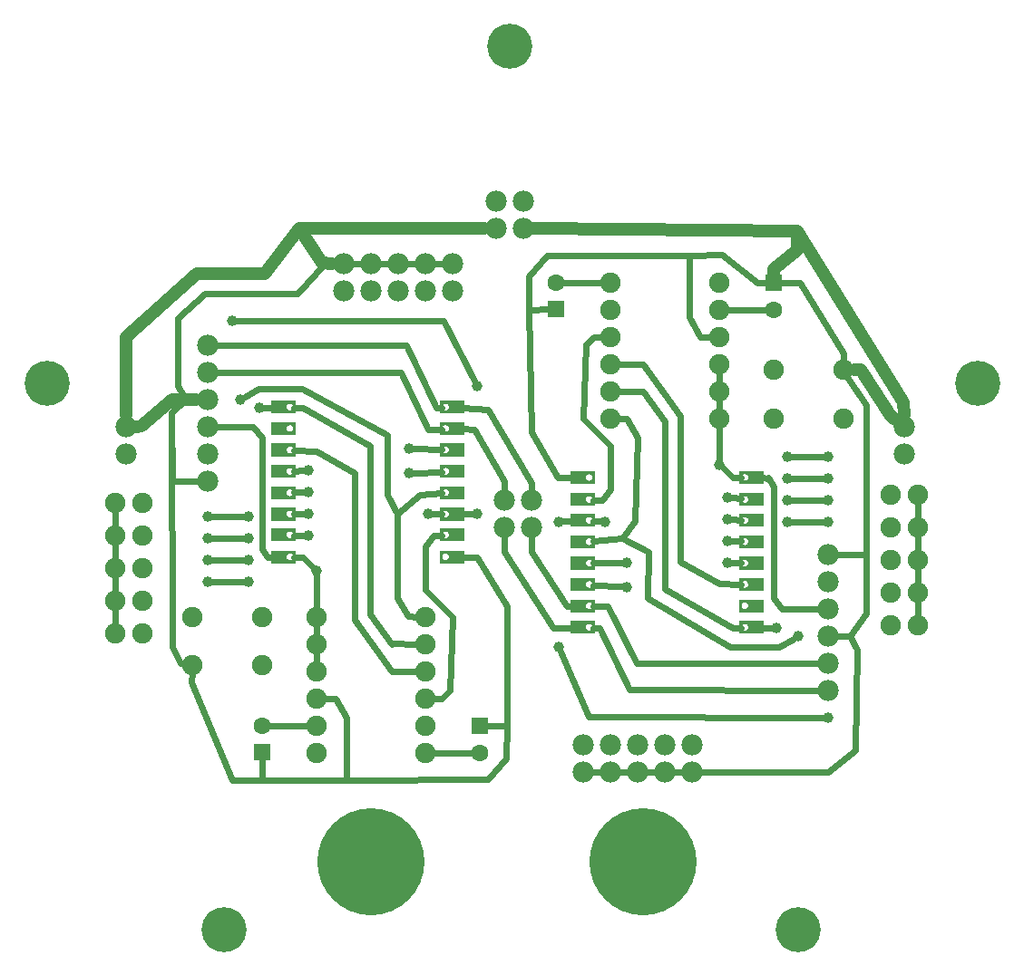
<source format=gtl>
G04 MADE WITH FRITZING*
G04 WWW.FRITZING.ORG*
G04 DOUBLE SIDED*
G04 HOLES PLATED*
G04 CONTOUR ON CENTER OF CONTOUR VECTOR*
%ASAXBY*%
%FSLAX23Y23*%
%MOIN*%
%OFA0B0*%
%SFA1.0B1.0*%
%ADD10C,0.039370*%
%ADD11C,0.075000*%
%ADD12C,0.165354*%
%ADD13C,0.062992*%
%ADD14C,0.078000*%
%ADD15C,0.393700*%
%ADD16R,0.062992X0.062992*%
%ADD17C,0.024000*%
%ADD18C,0.048000*%
%ADD19R,0.001000X0.001000*%
%LNCOPPER1*%
G90*
G70*
G54D10*
X2970Y1274D03*
X2890Y1304D03*
X920Y2144D03*
X990Y2114D03*
G54D11*
X3310Y1314D03*
X3410Y1314D03*
X560Y1284D03*
X460Y1284D03*
X560Y1404D03*
X460Y1404D03*
X560Y1764D03*
X460Y1764D03*
X560Y1644D03*
X460Y1644D03*
X560Y1524D03*
X460Y1524D03*
X3310Y1794D03*
X3410Y1794D03*
X3310Y1434D03*
X3410Y1434D03*
X3310Y1554D03*
X3410Y1554D03*
X3310Y1674D03*
X3410Y1674D03*
G54D10*
X950Y1474D03*
X950Y1634D03*
X800Y1714D03*
X950Y1554D03*
X800Y1634D03*
X800Y1554D03*
X950Y1714D03*
X800Y1474D03*
X3080Y1774D03*
X3080Y1854D03*
X3080Y1934D03*
X3080Y1694D03*
X2930Y1934D03*
X2930Y1854D03*
X2930Y1774D03*
X2930Y1694D03*
X2090Y1694D03*
X2090Y1234D03*
X3080Y974D03*
X1790Y1724D03*
X1790Y2194D03*
X890Y2434D03*
X2680Y1904D03*
X1201Y1514D03*
G54D12*
X3630Y2204D03*
X2970Y194D03*
X860Y194D03*
X210Y2204D03*
X1910Y3444D03*
G54D10*
X1170Y1884D03*
X2710Y1784D03*
X1170Y1804D03*
X2710Y1704D03*
X1170Y1724D03*
X2710Y1624D03*
X1170Y1644D03*
X2710Y1544D03*
X1540Y1964D03*
X2340Y1544D03*
X1540Y1874D03*
X2340Y1454D03*
X2260Y1694D03*
X1610Y1724D03*
G54D11*
X2680Y2574D03*
X2280Y2574D03*
X1200Y844D03*
X1600Y844D03*
X2680Y2474D03*
X2280Y2474D03*
X1200Y944D03*
X1600Y944D03*
X2680Y2374D03*
X2280Y2374D03*
X1200Y1044D03*
X1600Y1044D03*
X2680Y2274D03*
X2280Y2274D03*
X1200Y1144D03*
X1600Y1144D03*
X2680Y2174D03*
X2280Y2174D03*
X1200Y1244D03*
X1600Y1244D03*
X2680Y2074D03*
X2280Y2074D03*
X1200Y1344D03*
X1600Y1344D03*
G54D13*
X2880Y2572D03*
X2880Y2474D03*
X1000Y845D03*
X1000Y944D03*
X2080Y2476D03*
X2080Y2574D03*
X1800Y942D03*
X1800Y844D03*
G54D14*
X2180Y774D03*
X2280Y774D03*
X2380Y774D03*
X2480Y774D03*
X2580Y774D03*
X1700Y2644D03*
X1600Y2644D03*
X1500Y2644D03*
X1400Y2644D03*
X1300Y2644D03*
X2180Y874D03*
X2280Y874D03*
X2380Y874D03*
X2480Y874D03*
X2580Y874D03*
X1700Y2544D03*
X1600Y2544D03*
X1500Y2544D03*
X1400Y2544D03*
X1300Y2544D03*
X3080Y1074D03*
X3080Y1174D03*
X3080Y1274D03*
X3080Y1374D03*
X3080Y1474D03*
X3080Y1574D03*
X800Y2344D03*
X800Y2244D03*
X800Y2144D03*
X800Y2044D03*
X800Y1944D03*
X800Y1844D03*
G54D11*
X2880Y2251D03*
X3136Y2251D03*
X2880Y2074D03*
X3136Y2074D03*
X1000Y1167D03*
X744Y1167D03*
X1000Y1344D03*
X744Y1344D03*
G54D15*
X2400Y444D03*
X1400Y444D03*
G54D14*
X1990Y1674D03*
X1990Y1774D03*
X1890Y1674D03*
X1890Y1774D03*
X3360Y1944D03*
X3360Y2044D03*
X500Y2044D03*
X500Y1944D03*
X1860Y2874D03*
X1860Y2774D03*
X1860Y2874D03*
X1860Y2774D03*
X1960Y2774D03*
X1960Y2874D03*
G54D16*
X2880Y2572D03*
X1000Y845D03*
X2080Y2476D03*
X1800Y942D03*
G54D17*
X2871Y1304D02*
X2839Y1304D01*
D02*
X3220Y1574D02*
X3110Y1574D01*
D02*
X3220Y1355D02*
X3220Y1574D01*
D02*
X3160Y1274D02*
X3110Y1274D01*
D02*
X3220Y1355D02*
X3160Y1274D01*
D02*
X3220Y2124D02*
X3220Y1355D01*
D02*
X3152Y2227D02*
X3220Y2124D01*
D02*
X2420Y1583D02*
X2419Y1413D01*
D02*
X2419Y1413D02*
X2720Y1233D01*
D02*
X2720Y1233D02*
X2900Y1233D01*
D02*
X2900Y1233D02*
X2954Y1264D01*
D02*
X2324Y1632D02*
X2420Y1583D01*
D02*
X3410Y1645D02*
X3410Y1582D01*
D02*
X3410Y1525D02*
X3410Y1462D01*
D02*
X3410Y1405D02*
X3410Y1342D01*
D02*
X701Y1174D02*
X716Y1172D01*
D02*
X1009Y2114D02*
X1041Y2114D01*
D02*
X989Y2184D02*
X936Y2153D01*
D02*
X1149Y2184D02*
X989Y2184D01*
D02*
X1460Y2014D02*
X1149Y2184D01*
D02*
X1460Y1794D02*
X1460Y2014D01*
D02*
X1499Y1723D02*
X1460Y1794D01*
D02*
X670Y1843D02*
X770Y1844D01*
D02*
X666Y2095D02*
X670Y1843D01*
D02*
X670Y1233D02*
X701Y1174D01*
D02*
X666Y2095D02*
X670Y1233D01*
D02*
X721Y2144D02*
X666Y2095D01*
D02*
X2141Y1696D02*
X2109Y1695D01*
D02*
X819Y1474D02*
X931Y1474D01*
D02*
X931Y1554D02*
X819Y1554D01*
D02*
X819Y1634D02*
X931Y1634D01*
D02*
X931Y1714D02*
X819Y1714D01*
D02*
X2949Y1694D02*
X3061Y1694D01*
D02*
X3061Y1774D02*
X2949Y1774D01*
D02*
X2949Y1854D02*
X3061Y1854D01*
D02*
X3061Y1934D02*
X2949Y1934D01*
D02*
X460Y1735D02*
X460Y1672D01*
D02*
X460Y1615D02*
X460Y1552D01*
D02*
X460Y1495D02*
X460Y1432D01*
D02*
X460Y1375D02*
X460Y1312D01*
D02*
X3410Y1765D02*
X3410Y1702D01*
G54D18*
D02*
X2001Y2773D02*
X2969Y2764D01*
D02*
X2969Y2693D02*
X2880Y2624D01*
D02*
X2880Y2624D02*
X2880Y2610D01*
D02*
X1220Y2645D02*
X1259Y2644D01*
D02*
X1139Y2774D02*
X1220Y2645D01*
D02*
X3310Y2083D02*
X3328Y2069D01*
D02*
X3201Y2253D02*
X3310Y2083D01*
D02*
X3176Y2252D02*
X3201Y2253D01*
D02*
X559Y2045D02*
X671Y2144D01*
D02*
X671Y2144D02*
X759Y2144D01*
D02*
X541Y2044D02*
X559Y2045D01*
D02*
X2969Y2764D02*
X2969Y2693D01*
D02*
X500Y2374D02*
X760Y2605D01*
D02*
X760Y2605D02*
X1010Y2605D01*
D02*
X1010Y2605D02*
X1139Y2774D01*
D02*
X1139Y2774D02*
X1819Y2774D01*
D02*
X2969Y2764D02*
X3359Y2134D01*
D02*
X3359Y2134D02*
X3360Y2085D01*
D02*
X500Y2085D02*
X500Y2374D01*
G54D17*
D02*
X1739Y1722D02*
X1771Y1723D01*
D02*
X1669Y2434D02*
X1781Y2211D01*
D02*
X909Y2434D02*
X1669Y2434D01*
D02*
X2200Y975D02*
X2097Y1216D01*
D02*
X3061Y974D02*
X2200Y975D01*
D02*
X2121Y1384D02*
X1990Y1583D01*
D02*
X1990Y1583D02*
X1990Y1644D01*
D02*
X2141Y1383D02*
X2121Y1384D01*
D02*
X2241Y1695D02*
X2219Y1696D01*
D02*
X2729Y1543D02*
X2761Y1542D01*
D02*
X2729Y1623D02*
X2761Y1621D01*
D02*
X2729Y1702D02*
X2762Y1700D01*
D02*
X2729Y1782D02*
X2762Y1778D01*
D02*
X1990Y1835D02*
X1990Y1804D01*
D02*
X1830Y2105D02*
X1990Y1835D01*
D02*
X1739Y2111D02*
X1830Y2105D01*
D02*
X1890Y1843D02*
X1890Y1804D01*
D02*
X1780Y2034D02*
X1890Y1843D01*
D02*
X1739Y2035D02*
X1780Y2034D01*
D02*
X2070Y1304D02*
X1890Y1583D01*
D02*
X1890Y1583D02*
X1890Y1644D01*
D02*
X2141Y1304D02*
X2070Y1304D01*
D02*
X1559Y1963D02*
X1661Y1958D01*
D02*
X1559Y1874D02*
X1661Y1877D01*
D02*
X1629Y1723D02*
X1661Y1722D01*
D02*
X1151Y1644D02*
X1119Y1644D01*
D02*
X1151Y1723D02*
X1119Y1722D01*
D02*
X1151Y1803D02*
X1119Y1801D01*
D02*
X1151Y1883D02*
X1119Y1880D01*
D02*
X2321Y1455D02*
X2219Y1459D01*
D02*
X2321Y1543D02*
X2219Y1541D01*
D02*
X2680Y2245D02*
X2680Y2203D01*
D02*
X1200Y1172D02*
X1200Y1215D01*
D02*
X2731Y1855D02*
X2761Y1855D01*
D02*
X1150Y1563D02*
X1119Y1563D01*
D02*
X2680Y2045D02*
X2680Y1923D01*
D02*
X2693Y1891D02*
X2731Y1855D01*
D02*
X1187Y1527D02*
X1150Y1563D01*
D02*
X1200Y1372D02*
X1201Y1495D01*
D02*
X2680Y2145D02*
X2680Y2103D01*
D02*
X1200Y1272D02*
X1200Y1315D01*
D02*
X2853Y2474D02*
X2709Y2474D01*
D02*
X1027Y944D02*
X1171Y944D01*
D02*
X2107Y2574D02*
X2252Y2574D01*
D02*
X1773Y844D02*
X1629Y844D01*
D02*
X1981Y2474D02*
X1990Y2024D01*
D02*
X1990Y2024D02*
X2089Y1855D01*
D02*
X1901Y1384D02*
X1791Y1563D01*
D02*
X1900Y944D02*
X1901Y1384D01*
D02*
X2089Y1855D02*
X2141Y1855D01*
D02*
X1791Y1563D02*
X1739Y1563D01*
D02*
X2053Y2475D02*
X1981Y2474D01*
D02*
X1827Y943D02*
X1900Y944D01*
D02*
X2570Y2674D02*
X2691Y2675D01*
D02*
X1310Y744D02*
X1000Y744D01*
D02*
X1981Y2474D02*
X1981Y2595D01*
D02*
X1981Y2595D02*
X2049Y2673D01*
D02*
X1899Y823D02*
X1830Y745D01*
D02*
X1900Y944D02*
X1899Y823D01*
D02*
X2049Y2673D02*
X2570Y2674D01*
D02*
X1830Y745D02*
X1310Y744D01*
D02*
X2821Y2574D02*
X2853Y2573D01*
D02*
X2691Y2675D02*
X2821Y2574D01*
D02*
X1000Y744D02*
X1000Y819D01*
D02*
X2053Y2475D02*
X1981Y2474D01*
D02*
X1827Y943D02*
X1900Y944D01*
D02*
X3139Y2314D02*
X3138Y2280D01*
D02*
X2979Y2574D02*
X3139Y2314D01*
D02*
X741Y1103D02*
X743Y1138D01*
D02*
X891Y744D02*
X741Y1103D01*
D02*
X2907Y2573D02*
X2979Y2574D01*
D02*
X1000Y744D02*
X891Y744D01*
D02*
X1000Y819D02*
X1000Y744D01*
D02*
X2381Y2004D02*
X2341Y2073D01*
D02*
X2341Y2073D02*
X2309Y2074D01*
D02*
X1539Y1345D02*
X1571Y1344D01*
D02*
X1499Y1414D02*
X1539Y1345D01*
D02*
X2370Y1695D02*
X2381Y2004D01*
D02*
X1499Y1723D02*
X1499Y1414D01*
D02*
X2219Y1622D02*
X2324Y1632D01*
D02*
X2324Y1632D02*
X2370Y1695D01*
D02*
X1580Y1794D02*
X1499Y1723D01*
D02*
X1661Y1798D02*
X1580Y1794D01*
D02*
X2481Y1445D02*
X2481Y2064D01*
D02*
X1399Y1973D02*
X1399Y1354D01*
D02*
X2401Y2173D02*
X2309Y2174D01*
D02*
X2481Y2064D02*
X2401Y2173D01*
D02*
X1479Y1245D02*
X1571Y1244D01*
D02*
X1399Y1354D02*
X1479Y1244D01*
D02*
X2762Y1304D02*
X2731Y1304D01*
D02*
X2731Y1304D02*
X2481Y1445D01*
D02*
X1150Y2114D02*
X1399Y1973D01*
D02*
X1119Y2114D02*
X1150Y2114D01*
D02*
X2539Y1545D02*
X2539Y2084D01*
D02*
X2680Y1465D02*
X2539Y1545D01*
D02*
X1341Y1873D02*
X1341Y1334D01*
D02*
X1201Y1953D02*
X1341Y1873D01*
D02*
X2401Y2274D02*
X2309Y2274D01*
D02*
X2539Y2084D02*
X2401Y2274D01*
D02*
X1479Y1144D02*
X1571Y1144D01*
D02*
X1341Y1334D02*
X1479Y1144D01*
D02*
X2761Y1462D02*
X2680Y1465D01*
D02*
X1119Y1955D02*
X1201Y1953D01*
D02*
X2280Y1974D02*
X2180Y2074D01*
D02*
X1600Y1444D02*
X1700Y1344D01*
D02*
X2250Y1774D02*
X2281Y1814D01*
D02*
X2281Y1814D02*
X2280Y1974D01*
D02*
X1600Y1603D02*
X1600Y1444D01*
D02*
X1631Y1643D02*
X1600Y1603D01*
D02*
X2190Y2345D02*
X2220Y2374D01*
D02*
X2180Y2074D02*
X2190Y2345D01*
D02*
X1691Y1073D02*
X1660Y1044D01*
D02*
X1700Y1344D02*
X1691Y1073D01*
D02*
X2220Y2374D02*
X2252Y2374D01*
D02*
X1660Y1044D02*
X1629Y1044D01*
D02*
X2219Y1774D02*
X2250Y1774D01*
D02*
X1661Y1644D02*
X1631Y1643D01*
D02*
X2350Y1075D02*
X2241Y1304D01*
D02*
X2241Y1304D02*
X2219Y1304D01*
D02*
X1640Y2114D02*
X1661Y2114D01*
D02*
X1530Y2343D02*
X1640Y2114D01*
D02*
X3050Y1074D02*
X2350Y1075D01*
D02*
X830Y2344D02*
X1530Y2343D01*
D02*
X2379Y1173D02*
X2270Y1384D01*
D02*
X2270Y1384D02*
X2219Y1383D01*
D02*
X1610Y2033D02*
X1661Y2034D01*
D02*
X1510Y2243D02*
X1610Y2033D01*
D02*
X3050Y1174D02*
X2379Y1173D01*
D02*
X830Y2244D02*
X1510Y2243D01*
D02*
X2911Y1374D02*
X3050Y1374D01*
D02*
X969Y2044D02*
X830Y2044D01*
D02*
X2880Y1414D02*
X2911Y1374D01*
D02*
X2860Y1855D02*
X2880Y1824D01*
D02*
X2880Y1824D02*
X2880Y1414D01*
D02*
X1000Y2004D02*
X969Y2044D01*
D02*
X1000Y1594D02*
X1000Y2004D01*
D02*
X1020Y1563D02*
X1000Y1594D01*
D02*
X2839Y1855D02*
X2860Y1854D01*
D02*
X1041Y1563D02*
X1020Y1563D01*
D02*
X3161Y1274D02*
X3110Y1274D01*
D02*
X721Y2144D02*
X770Y2144D01*
D02*
X3180Y854D02*
X3189Y1224D01*
D02*
X3189Y1224D02*
X3161Y1274D01*
D02*
X691Y2194D02*
X721Y2144D01*
D02*
X690Y2444D02*
X691Y2194D01*
D02*
X3080Y774D02*
X3180Y854D01*
D02*
X791Y2533D02*
X690Y2444D01*
D02*
X2610Y774D02*
X3080Y774D01*
D02*
X1231Y2643D02*
X1130Y2533D01*
D02*
X1130Y2533D02*
X791Y2533D01*
D02*
X1270Y2644D02*
X1231Y2643D01*
D02*
X2510Y774D02*
X2550Y774D01*
D02*
X1370Y2644D02*
X1330Y2644D01*
D02*
X2410Y774D02*
X2450Y774D01*
D02*
X1470Y2644D02*
X1430Y2644D01*
D02*
X2310Y774D02*
X2350Y774D01*
D02*
X1570Y2644D02*
X1530Y2644D01*
D02*
X2210Y774D02*
X2250Y774D01*
D02*
X1670Y2644D02*
X1630Y2644D01*
D02*
X2610Y2374D02*
X2652Y2374D01*
D02*
X1270Y1044D02*
X1229Y1044D01*
D02*
X2570Y2445D02*
X2610Y2374D01*
D02*
X2570Y2674D02*
X2570Y2445D01*
D02*
X1310Y973D02*
X1270Y1044D01*
D02*
X1310Y744D02*
X1310Y973D01*
G54D19*
X1035Y2138D02*
X1123Y2138D01*
X1655Y2138D02*
X1743Y2138D01*
X1035Y2137D02*
X1123Y2137D01*
X1655Y2137D02*
X1743Y2137D01*
X1035Y2136D02*
X1123Y2136D01*
X1655Y2136D02*
X1743Y2136D01*
X1035Y2135D02*
X1123Y2135D01*
X1655Y2135D02*
X1743Y2135D01*
X1035Y2134D02*
X1123Y2134D01*
X1655Y2134D02*
X1743Y2134D01*
X1035Y2133D02*
X1123Y2133D01*
X1655Y2133D02*
X1743Y2133D01*
X1035Y2132D02*
X1123Y2132D01*
X1655Y2132D02*
X1743Y2132D01*
X1035Y2131D02*
X1123Y2131D01*
X1655Y2131D02*
X1743Y2131D01*
X1035Y2130D02*
X1123Y2130D01*
X1655Y2130D02*
X1743Y2130D01*
X1035Y2129D02*
X1123Y2129D01*
X1655Y2129D02*
X1743Y2129D01*
X1035Y2128D02*
X1123Y2128D01*
X1655Y2128D02*
X1743Y2128D01*
X1035Y2127D02*
X1100Y2127D01*
X1106Y2127D02*
X1123Y2127D01*
X1655Y2127D02*
X1673Y2127D01*
X1678Y2127D02*
X1743Y2127D01*
X1035Y2126D02*
X1097Y2126D01*
X1109Y2126D02*
X1123Y2126D01*
X1655Y2126D02*
X1670Y2126D01*
X1681Y2126D02*
X1743Y2126D01*
X1035Y2125D02*
X1096Y2125D01*
X1111Y2125D02*
X1123Y2125D01*
X1655Y2125D02*
X1668Y2125D01*
X1683Y2125D02*
X1743Y2125D01*
X1035Y2124D02*
X1094Y2124D01*
X1112Y2124D02*
X1123Y2124D01*
X1655Y2124D02*
X1667Y2124D01*
X1684Y2124D02*
X1743Y2124D01*
X1035Y2123D02*
X1094Y2123D01*
X1113Y2123D02*
X1123Y2123D01*
X1655Y2123D02*
X1666Y2123D01*
X1685Y2123D02*
X1743Y2123D01*
X1035Y2122D02*
X1093Y2122D01*
X1114Y2122D02*
X1123Y2122D01*
X1655Y2122D02*
X1665Y2122D01*
X1686Y2122D02*
X1743Y2122D01*
X1035Y2121D02*
X1092Y2121D01*
X1114Y2121D02*
X1123Y2121D01*
X1655Y2121D02*
X1664Y2121D01*
X1686Y2121D02*
X1743Y2121D01*
X1035Y2120D02*
X1092Y2120D01*
X1115Y2120D02*
X1123Y2120D01*
X1655Y2120D02*
X1664Y2120D01*
X1687Y2120D02*
X1743Y2120D01*
X1035Y2119D02*
X1091Y2119D01*
X1115Y2119D02*
X1123Y2119D01*
X1655Y2119D02*
X1663Y2119D01*
X1687Y2119D02*
X1743Y2119D01*
X1035Y2118D02*
X1091Y2118D01*
X1115Y2118D02*
X1123Y2118D01*
X1655Y2118D02*
X1663Y2118D01*
X1687Y2118D02*
X1743Y2118D01*
X1035Y2117D02*
X1091Y2117D01*
X1116Y2117D02*
X1123Y2117D01*
X1655Y2117D02*
X1663Y2117D01*
X1688Y2117D02*
X1743Y2117D01*
X1035Y2116D02*
X1091Y2116D01*
X1116Y2116D02*
X1123Y2116D01*
X1655Y2116D02*
X1663Y2116D01*
X1688Y2116D02*
X1743Y2116D01*
X1035Y2115D02*
X1091Y2115D01*
X1116Y2115D02*
X1123Y2115D01*
X1655Y2115D02*
X1663Y2115D01*
X1688Y2115D02*
X1743Y2115D01*
X1035Y2114D02*
X1091Y2114D01*
X1116Y2114D02*
X1123Y2114D01*
X1655Y2114D02*
X1663Y2114D01*
X1688Y2114D02*
X1743Y2114D01*
X1035Y2113D02*
X1091Y2113D01*
X1116Y2113D02*
X1123Y2113D01*
X1655Y2113D02*
X1663Y2113D01*
X1688Y2113D02*
X1743Y2113D01*
X1035Y2112D02*
X1091Y2112D01*
X1115Y2112D02*
X1123Y2112D01*
X1655Y2112D02*
X1663Y2112D01*
X1687Y2112D02*
X1743Y2112D01*
X1035Y2111D02*
X1091Y2111D01*
X1115Y2111D02*
X1123Y2111D01*
X1655Y2111D02*
X1663Y2111D01*
X1687Y2111D02*
X1743Y2111D01*
X1035Y2110D02*
X1092Y2110D01*
X1115Y2110D02*
X1123Y2110D01*
X1655Y2110D02*
X1664Y2110D01*
X1687Y2110D02*
X1743Y2110D01*
X1035Y2109D02*
X1092Y2109D01*
X1114Y2109D02*
X1123Y2109D01*
X1655Y2109D02*
X1664Y2109D01*
X1686Y2109D02*
X1743Y2109D01*
X1035Y2108D02*
X1093Y2108D01*
X1113Y2108D02*
X1123Y2108D01*
X1655Y2108D02*
X1665Y2108D01*
X1686Y2108D02*
X1743Y2108D01*
X1035Y2107D02*
X1094Y2107D01*
X1113Y2107D02*
X1123Y2107D01*
X1655Y2107D02*
X1666Y2107D01*
X1685Y2107D02*
X1743Y2107D01*
X1035Y2106D02*
X1095Y2106D01*
X1112Y2106D02*
X1123Y2106D01*
X1655Y2106D02*
X1667Y2106D01*
X1684Y2106D02*
X1743Y2106D01*
X1035Y2105D02*
X1096Y2105D01*
X1110Y2105D02*
X1123Y2105D01*
X1655Y2105D02*
X1668Y2105D01*
X1682Y2105D02*
X1743Y2105D01*
X1035Y2104D02*
X1098Y2104D01*
X1109Y2104D02*
X1123Y2104D01*
X1655Y2104D02*
X1670Y2104D01*
X1681Y2104D02*
X1743Y2104D01*
X1035Y2103D02*
X1102Y2103D01*
X1104Y2103D02*
X1123Y2103D01*
X1655Y2103D02*
X1674Y2103D01*
X1677Y2103D02*
X1743Y2103D01*
X1035Y2102D02*
X1123Y2102D01*
X1655Y2102D02*
X1743Y2102D01*
X1035Y2101D02*
X1123Y2101D01*
X1655Y2101D02*
X1743Y2101D01*
X1035Y2100D02*
X1123Y2100D01*
X1655Y2100D02*
X1743Y2100D01*
X1035Y2099D02*
X1123Y2099D01*
X1655Y2099D02*
X1743Y2099D01*
X1035Y2098D02*
X1123Y2098D01*
X1655Y2098D02*
X1743Y2098D01*
X1035Y2097D02*
X1123Y2097D01*
X1655Y2097D02*
X1743Y2097D01*
X1035Y2096D02*
X1123Y2096D01*
X1655Y2096D02*
X1743Y2096D01*
X1035Y2095D02*
X1123Y2095D01*
X1655Y2095D02*
X1743Y2095D01*
X1035Y2094D02*
X1123Y2094D01*
X1655Y2094D02*
X1743Y2094D01*
X1035Y2093D02*
X1123Y2093D01*
X1655Y2093D02*
X1743Y2093D01*
X1035Y2092D02*
X1123Y2092D01*
X1655Y2092D02*
X1743Y2092D01*
X1035Y2059D02*
X1123Y2059D01*
X1655Y2059D02*
X1743Y2059D01*
X1035Y2058D02*
X1123Y2058D01*
X1655Y2058D02*
X1743Y2058D01*
X1035Y2057D02*
X1123Y2057D01*
X1655Y2057D02*
X1743Y2057D01*
X1035Y2056D02*
X1123Y2056D01*
X1655Y2056D02*
X1743Y2056D01*
X1035Y2055D02*
X1123Y2055D01*
X1655Y2055D02*
X1743Y2055D01*
X1035Y2054D02*
X1123Y2054D01*
X1655Y2054D02*
X1743Y2054D01*
X1035Y2053D02*
X1123Y2053D01*
X1655Y2053D02*
X1743Y2053D01*
X1035Y2052D02*
X1123Y2052D01*
X1655Y2052D02*
X1743Y2052D01*
X1035Y2051D02*
X1123Y2051D01*
X1655Y2051D02*
X1743Y2051D01*
X1035Y2050D02*
X1123Y2050D01*
X1655Y2050D02*
X1743Y2050D01*
X1035Y2049D02*
X1123Y2049D01*
X1655Y2049D02*
X1743Y2049D01*
X1035Y2048D02*
X1100Y2048D01*
X1107Y2048D02*
X1123Y2048D01*
X1655Y2048D02*
X1672Y2048D01*
X1679Y2048D02*
X1743Y2048D01*
X1035Y2047D02*
X1097Y2047D01*
X1109Y2047D02*
X1123Y2047D01*
X1655Y2047D02*
X1669Y2047D01*
X1681Y2047D02*
X1743Y2047D01*
X1035Y2046D02*
X1095Y2046D01*
X1111Y2046D02*
X1123Y2046D01*
X1655Y2046D02*
X1667Y2046D01*
X1683Y2046D02*
X1743Y2046D01*
X1035Y2045D02*
X1094Y2045D01*
X1112Y2045D02*
X1123Y2045D01*
X1655Y2045D02*
X1666Y2045D01*
X1684Y2045D02*
X1743Y2045D01*
X1035Y2044D02*
X1093Y2044D01*
X1113Y2044D02*
X1123Y2044D01*
X1655Y2044D02*
X1665Y2044D01*
X1685Y2044D02*
X1743Y2044D01*
X1035Y2043D02*
X1093Y2043D01*
X1114Y2043D02*
X1123Y2043D01*
X1655Y2043D02*
X1665Y2043D01*
X1686Y2043D02*
X1743Y2043D01*
X1035Y2042D02*
X1092Y2042D01*
X1114Y2042D02*
X1123Y2042D01*
X1655Y2042D02*
X1664Y2042D01*
X1686Y2042D02*
X1743Y2042D01*
X1035Y2041D02*
X1092Y2041D01*
X1115Y2041D02*
X1123Y2041D01*
X1655Y2041D02*
X1664Y2041D01*
X1687Y2041D02*
X1743Y2041D01*
X1035Y2040D02*
X1091Y2040D01*
X1115Y2040D02*
X1123Y2040D01*
X1655Y2040D02*
X1663Y2040D01*
X1687Y2040D02*
X1743Y2040D01*
X1035Y2039D02*
X1091Y2039D01*
X1115Y2039D02*
X1123Y2039D01*
X1655Y2039D02*
X1663Y2039D01*
X1688Y2039D02*
X1743Y2039D01*
X1035Y2038D02*
X1091Y2038D01*
X1116Y2038D02*
X1123Y2038D01*
X1655Y2038D02*
X1663Y2038D01*
X1688Y2038D02*
X1743Y2038D01*
X1035Y2037D02*
X1091Y2037D01*
X1116Y2037D02*
X1123Y2037D01*
X1655Y2037D02*
X1663Y2037D01*
X1688Y2037D02*
X1743Y2037D01*
X1035Y2036D02*
X1091Y2036D01*
X1116Y2036D02*
X1123Y2036D01*
X1655Y2036D02*
X1663Y2036D01*
X1688Y2036D02*
X1743Y2036D01*
X1035Y2035D02*
X1091Y2035D01*
X1116Y2035D02*
X1123Y2035D01*
X1655Y2035D02*
X1663Y2035D01*
X1688Y2035D02*
X1743Y2035D01*
X1035Y2034D02*
X1091Y2034D01*
X1116Y2034D02*
X1123Y2034D01*
X1655Y2034D02*
X1663Y2034D01*
X1688Y2034D02*
X1743Y2034D01*
X1035Y2033D02*
X1091Y2033D01*
X1115Y2033D02*
X1123Y2033D01*
X1655Y2033D02*
X1663Y2033D01*
X1687Y2033D02*
X1743Y2033D01*
X1035Y2032D02*
X1091Y2032D01*
X1115Y2032D02*
X1123Y2032D01*
X1655Y2032D02*
X1663Y2032D01*
X1687Y2032D02*
X1743Y2032D01*
X1035Y2031D02*
X1092Y2031D01*
X1115Y2031D02*
X1123Y2031D01*
X1655Y2031D02*
X1664Y2031D01*
X1687Y2031D02*
X1743Y2031D01*
X1035Y2030D02*
X1092Y2030D01*
X1114Y2030D02*
X1123Y2030D01*
X1655Y2030D02*
X1664Y2030D01*
X1686Y2030D02*
X1743Y2030D01*
X1035Y2029D02*
X1093Y2029D01*
X1113Y2029D02*
X1123Y2029D01*
X1655Y2029D02*
X1665Y2029D01*
X1685Y2029D02*
X1743Y2029D01*
X1035Y2028D02*
X1094Y2028D01*
X1113Y2028D02*
X1123Y2028D01*
X1655Y2028D02*
X1666Y2028D01*
X1685Y2028D02*
X1743Y2028D01*
X1035Y2027D02*
X1095Y2027D01*
X1111Y2027D02*
X1123Y2027D01*
X1655Y2027D02*
X1667Y2027D01*
X1683Y2027D02*
X1743Y2027D01*
X1035Y2026D02*
X1096Y2026D01*
X1110Y2026D02*
X1123Y2026D01*
X1655Y2026D02*
X1668Y2026D01*
X1682Y2026D02*
X1743Y2026D01*
X1035Y2025D02*
X1098Y2025D01*
X1108Y2025D02*
X1123Y2025D01*
X1655Y2025D02*
X1670Y2025D01*
X1680Y2025D02*
X1743Y2025D01*
X1035Y2024D02*
X1123Y2024D01*
X1655Y2024D02*
X1743Y2024D01*
X1035Y2023D02*
X1123Y2023D01*
X1655Y2023D02*
X1743Y2023D01*
X1035Y2022D02*
X1123Y2022D01*
X1655Y2022D02*
X1743Y2022D01*
X1035Y2021D02*
X1123Y2021D01*
X1655Y2021D02*
X1743Y2021D01*
X1035Y2020D02*
X1123Y2020D01*
X1655Y2020D02*
X1743Y2020D01*
X1035Y2019D02*
X1123Y2019D01*
X1655Y2019D02*
X1743Y2019D01*
X1035Y2018D02*
X1123Y2018D01*
X1655Y2018D02*
X1743Y2018D01*
X1035Y2017D02*
X1123Y2017D01*
X1655Y2017D02*
X1743Y2017D01*
X1035Y2016D02*
X1123Y2016D01*
X1655Y2016D02*
X1743Y2016D01*
X1035Y2015D02*
X1123Y2015D01*
X1655Y2015D02*
X1743Y2015D01*
X1035Y2014D02*
X1123Y2014D01*
X1655Y2014D02*
X1743Y2014D01*
X1036Y2013D02*
X1123Y2013D01*
X1656Y2013D02*
X1743Y2013D01*
X1036Y1981D02*
X1123Y1981D01*
X1656Y1981D02*
X1743Y1981D01*
X1036Y1980D02*
X1123Y1980D01*
X1655Y1980D02*
X1743Y1980D01*
X1036Y1979D02*
X1123Y1979D01*
X1655Y1979D02*
X1743Y1979D01*
X1036Y1978D02*
X1123Y1978D01*
X1655Y1978D02*
X1743Y1978D01*
X1036Y1977D02*
X1123Y1977D01*
X1655Y1977D02*
X1743Y1977D01*
X1036Y1976D02*
X1123Y1976D01*
X1655Y1976D02*
X1743Y1976D01*
X1036Y1975D02*
X1123Y1975D01*
X1655Y1975D02*
X1743Y1975D01*
X1036Y1974D02*
X1123Y1974D01*
X1655Y1974D02*
X1743Y1974D01*
X1036Y1973D02*
X1123Y1973D01*
X1655Y1973D02*
X1743Y1973D01*
X1036Y1972D02*
X1123Y1972D01*
X1655Y1972D02*
X1743Y1972D01*
X1036Y1971D02*
X1123Y1971D01*
X1655Y1971D02*
X1743Y1971D01*
X1036Y1970D02*
X1123Y1970D01*
X1655Y1970D02*
X1743Y1970D01*
X1036Y1969D02*
X1099Y1969D01*
X1107Y1969D02*
X1123Y1969D01*
X1655Y1969D02*
X1671Y1969D01*
X1680Y1969D02*
X1743Y1969D01*
X1036Y1968D02*
X1097Y1968D01*
X1110Y1968D02*
X1123Y1968D01*
X1655Y1968D02*
X1669Y1968D01*
X1682Y1968D02*
X1743Y1968D01*
X1036Y1967D02*
X1095Y1967D01*
X1111Y1967D02*
X1123Y1967D01*
X1655Y1967D02*
X1667Y1967D01*
X1683Y1967D02*
X1743Y1967D01*
X1036Y1966D02*
X1094Y1966D01*
X1112Y1966D02*
X1123Y1966D01*
X1655Y1966D02*
X1666Y1966D01*
X1684Y1966D02*
X1743Y1966D01*
X1036Y1965D02*
X1093Y1965D01*
X1113Y1965D02*
X1123Y1965D01*
X1655Y1965D02*
X1665Y1965D01*
X1685Y1965D02*
X1743Y1965D01*
X1036Y1964D02*
X1093Y1964D01*
X1114Y1964D02*
X1123Y1964D01*
X1655Y1964D02*
X1664Y1964D01*
X1686Y1964D02*
X1743Y1964D01*
X1036Y1963D02*
X1092Y1963D01*
X1114Y1963D02*
X1123Y1963D01*
X1655Y1963D02*
X1664Y1963D01*
X1687Y1963D02*
X1743Y1963D01*
X1036Y1962D02*
X1091Y1962D01*
X1115Y1962D02*
X1123Y1962D01*
X1655Y1962D02*
X1663Y1962D01*
X1687Y1962D02*
X1743Y1962D01*
X1036Y1961D02*
X1091Y1961D01*
X1115Y1961D02*
X1123Y1961D01*
X1655Y1961D02*
X1663Y1961D01*
X1687Y1961D02*
X1743Y1961D01*
X1036Y1960D02*
X1091Y1960D01*
X1116Y1960D02*
X1123Y1960D01*
X1655Y1960D02*
X1663Y1960D01*
X1688Y1960D02*
X1743Y1960D01*
X1036Y1959D02*
X1091Y1959D01*
X1116Y1959D02*
X1123Y1959D01*
X1655Y1959D02*
X1663Y1959D01*
X1688Y1959D02*
X1743Y1959D01*
X1036Y1958D02*
X1091Y1958D01*
X1116Y1958D02*
X1123Y1958D01*
X1655Y1958D02*
X1663Y1958D01*
X1688Y1958D02*
X1743Y1958D01*
X1036Y1957D02*
X1091Y1957D01*
X1116Y1957D02*
X1123Y1957D01*
X1655Y1957D02*
X1663Y1957D01*
X1688Y1957D02*
X1743Y1957D01*
X1036Y1956D02*
X1091Y1956D01*
X1116Y1956D02*
X1123Y1956D01*
X1655Y1956D02*
X1663Y1956D01*
X1688Y1956D02*
X1743Y1956D01*
X1036Y1955D02*
X1091Y1955D01*
X1116Y1955D02*
X1123Y1955D01*
X1655Y1955D02*
X1663Y1955D01*
X1688Y1955D02*
X1743Y1955D01*
X1036Y1954D02*
X1091Y1954D01*
X1115Y1954D02*
X1123Y1954D01*
X1655Y1954D02*
X1663Y1954D01*
X1687Y1954D02*
X1743Y1954D01*
X1036Y1953D02*
X1091Y1953D01*
X1115Y1953D02*
X1123Y1953D01*
X1655Y1953D02*
X1664Y1953D01*
X1687Y1953D02*
X1743Y1953D01*
X1036Y1952D02*
X1092Y1952D01*
X1114Y1952D02*
X1123Y1952D01*
X1655Y1952D02*
X1664Y1952D01*
X1686Y1952D02*
X1743Y1952D01*
X1036Y1951D02*
X1093Y1951D01*
X1114Y1951D02*
X1123Y1951D01*
X1655Y1951D02*
X1665Y1951D01*
X1686Y1951D02*
X1743Y1951D01*
X1036Y1950D02*
X1093Y1950D01*
X1113Y1950D02*
X1123Y1950D01*
X1655Y1950D02*
X1665Y1950D01*
X1685Y1950D02*
X1743Y1950D01*
X1036Y1949D02*
X1094Y1949D01*
X1112Y1949D02*
X1123Y1949D01*
X1655Y1949D02*
X1666Y1949D01*
X1684Y1949D02*
X1743Y1949D01*
X1036Y1948D02*
X1095Y1948D01*
X1111Y1948D02*
X1123Y1948D01*
X1655Y1948D02*
X1667Y1948D01*
X1683Y1948D02*
X1743Y1948D01*
X1036Y1947D02*
X1097Y1947D01*
X1110Y1947D02*
X1123Y1947D01*
X1655Y1947D02*
X1669Y1947D01*
X1682Y1947D02*
X1743Y1947D01*
X1036Y1946D02*
X1099Y1946D01*
X1108Y1946D02*
X1123Y1946D01*
X1655Y1946D02*
X1671Y1946D01*
X1679Y1946D02*
X1743Y1946D01*
X1036Y1945D02*
X1123Y1945D01*
X1655Y1945D02*
X1743Y1945D01*
X1036Y1944D02*
X1123Y1944D01*
X1655Y1944D02*
X1743Y1944D01*
X1036Y1943D02*
X1123Y1943D01*
X1655Y1943D02*
X1743Y1943D01*
X1036Y1942D02*
X1123Y1942D01*
X1655Y1942D02*
X1743Y1942D01*
X1036Y1941D02*
X1123Y1941D01*
X1655Y1941D02*
X1743Y1941D01*
X1036Y1940D02*
X1123Y1940D01*
X1655Y1940D02*
X1743Y1940D01*
X1036Y1939D02*
X1123Y1939D01*
X1655Y1939D02*
X1743Y1939D01*
X1036Y1938D02*
X1123Y1938D01*
X1655Y1938D02*
X1743Y1938D01*
X1036Y1937D02*
X1123Y1937D01*
X1655Y1937D02*
X1743Y1937D01*
X1036Y1936D02*
X1123Y1936D01*
X1655Y1936D02*
X1743Y1936D01*
X1036Y1935D02*
X1123Y1935D01*
X1655Y1935D02*
X1743Y1935D01*
X1036Y1934D02*
X1123Y1934D01*
X1656Y1934D02*
X1743Y1934D01*
X1036Y1902D02*
X1123Y1902D01*
X1655Y1902D02*
X1743Y1902D01*
X1036Y1901D02*
X1123Y1901D01*
X1655Y1901D02*
X1743Y1901D01*
X1036Y1900D02*
X1123Y1900D01*
X1655Y1900D02*
X1743Y1900D01*
X1036Y1899D02*
X1123Y1899D01*
X1655Y1899D02*
X1743Y1899D01*
X1036Y1898D02*
X1123Y1898D01*
X1655Y1898D02*
X1743Y1898D01*
X1036Y1897D02*
X1123Y1897D01*
X1655Y1897D02*
X1743Y1897D01*
X1036Y1896D02*
X1123Y1896D01*
X1655Y1896D02*
X1743Y1896D01*
X1036Y1895D02*
X1123Y1895D01*
X1655Y1895D02*
X1743Y1895D01*
X1036Y1894D02*
X1123Y1894D01*
X1655Y1894D02*
X1743Y1894D01*
X1036Y1893D02*
X1123Y1893D01*
X1655Y1893D02*
X1743Y1893D01*
X1036Y1892D02*
X1123Y1892D01*
X1655Y1892D02*
X1743Y1892D01*
X1036Y1891D02*
X1123Y1891D01*
X1655Y1891D02*
X1674Y1891D01*
X1677Y1891D02*
X1743Y1891D01*
X1036Y1890D02*
X1098Y1890D01*
X1108Y1890D02*
X1123Y1890D01*
X1655Y1890D02*
X1670Y1890D01*
X1681Y1890D02*
X1743Y1890D01*
X1036Y1889D02*
X1096Y1889D01*
X1110Y1889D02*
X1123Y1889D01*
X1655Y1889D02*
X1668Y1889D01*
X1682Y1889D02*
X1743Y1889D01*
X1036Y1888D02*
X1095Y1888D01*
X1112Y1888D02*
X1123Y1888D01*
X1655Y1888D02*
X1667Y1888D01*
X1684Y1888D02*
X1743Y1888D01*
X1036Y1887D02*
X1094Y1887D01*
X1113Y1887D02*
X1123Y1887D01*
X1655Y1887D02*
X1666Y1887D01*
X1685Y1887D02*
X1743Y1887D01*
X1036Y1886D02*
X1093Y1886D01*
X1113Y1886D02*
X1123Y1886D01*
X1655Y1886D02*
X1665Y1886D01*
X1686Y1886D02*
X1743Y1886D01*
X1036Y1885D02*
X1092Y1885D01*
X1114Y1885D02*
X1123Y1885D01*
X1655Y1885D02*
X1664Y1885D01*
X1686Y1885D02*
X1743Y1885D01*
X1036Y1884D02*
X1092Y1884D01*
X1115Y1884D02*
X1123Y1884D01*
X1655Y1884D02*
X1664Y1884D01*
X1687Y1884D02*
X1743Y1884D01*
X1036Y1883D02*
X1091Y1883D01*
X1115Y1883D02*
X1123Y1883D01*
X1655Y1883D02*
X1663Y1883D01*
X1687Y1883D02*
X1743Y1883D01*
X1036Y1882D02*
X1091Y1882D01*
X1115Y1882D02*
X1123Y1882D01*
X1655Y1882D02*
X1663Y1882D01*
X1687Y1882D02*
X1743Y1882D01*
X1036Y1881D02*
X1091Y1881D01*
X1116Y1881D02*
X1123Y1881D01*
X1655Y1881D02*
X1663Y1881D01*
X1688Y1881D02*
X1743Y1881D01*
X1036Y1880D02*
X1091Y1880D01*
X1116Y1880D02*
X1123Y1880D01*
X1655Y1880D02*
X1663Y1880D01*
X1688Y1880D02*
X1743Y1880D01*
X1036Y1879D02*
X1091Y1879D01*
X1116Y1879D02*
X1123Y1879D01*
X1655Y1879D02*
X1663Y1879D01*
X1688Y1879D02*
X1743Y1879D01*
X2135Y1879D02*
X2223Y1879D01*
X2755Y1879D02*
X2843Y1879D01*
X1036Y1878D02*
X1091Y1878D01*
X1116Y1878D02*
X1123Y1878D01*
X1655Y1878D02*
X1663Y1878D01*
X1688Y1878D02*
X1743Y1878D01*
X2135Y1878D02*
X2223Y1878D01*
X2755Y1878D02*
X2843Y1878D01*
X1036Y1877D02*
X1091Y1877D01*
X1116Y1877D02*
X1123Y1877D01*
X1655Y1877D02*
X1663Y1877D01*
X1688Y1877D02*
X1743Y1877D01*
X2135Y1877D02*
X2223Y1877D01*
X2755Y1877D02*
X2843Y1877D01*
X1036Y1876D02*
X1091Y1876D01*
X1115Y1876D02*
X1123Y1876D01*
X1655Y1876D02*
X1663Y1876D01*
X1687Y1876D02*
X1743Y1876D01*
X2135Y1876D02*
X2223Y1876D01*
X2755Y1876D02*
X2843Y1876D01*
X1036Y1875D02*
X1091Y1875D01*
X1115Y1875D02*
X1123Y1875D01*
X1655Y1875D02*
X1663Y1875D01*
X1687Y1875D02*
X1743Y1875D01*
X2135Y1875D02*
X2223Y1875D01*
X2755Y1875D02*
X2843Y1875D01*
X1036Y1874D02*
X1092Y1874D01*
X1115Y1874D02*
X1123Y1874D01*
X1655Y1874D02*
X1664Y1874D01*
X1687Y1874D02*
X1743Y1874D01*
X2135Y1874D02*
X2223Y1874D01*
X2755Y1874D02*
X2843Y1874D01*
X1036Y1873D02*
X1092Y1873D01*
X1114Y1873D02*
X1123Y1873D01*
X1655Y1873D02*
X1664Y1873D01*
X1686Y1873D02*
X1743Y1873D01*
X2135Y1873D02*
X2223Y1873D01*
X2755Y1873D02*
X2843Y1873D01*
X1036Y1872D02*
X1093Y1872D01*
X1114Y1872D02*
X1123Y1872D01*
X1655Y1872D02*
X1665Y1872D01*
X1686Y1872D02*
X1743Y1872D01*
X2135Y1872D02*
X2223Y1872D01*
X2755Y1872D02*
X2843Y1872D01*
X1036Y1871D02*
X1094Y1871D01*
X1113Y1871D02*
X1123Y1871D01*
X1655Y1871D02*
X1666Y1871D01*
X1685Y1871D02*
X1743Y1871D01*
X2135Y1871D02*
X2223Y1871D01*
X2755Y1871D02*
X2843Y1871D01*
X1036Y1870D02*
X1094Y1870D01*
X1112Y1870D02*
X1123Y1870D01*
X1655Y1870D02*
X1667Y1870D01*
X1684Y1870D02*
X1743Y1870D01*
X2135Y1870D02*
X2223Y1870D01*
X2755Y1870D02*
X2843Y1870D01*
X1036Y1869D02*
X1096Y1869D01*
X1111Y1869D02*
X1123Y1869D01*
X1655Y1869D02*
X1668Y1869D01*
X1683Y1869D02*
X1743Y1869D01*
X2135Y1869D02*
X2223Y1869D01*
X2755Y1869D02*
X2843Y1869D01*
X1036Y1868D02*
X1097Y1868D01*
X1109Y1868D02*
X1123Y1868D01*
X1655Y1868D02*
X1670Y1868D01*
X1681Y1868D02*
X1743Y1868D01*
X2135Y1868D02*
X2201Y1868D01*
X2206Y1868D02*
X2223Y1868D01*
X2755Y1868D02*
X2772Y1868D01*
X2778Y1868D02*
X2843Y1868D01*
X1036Y1867D02*
X1100Y1867D01*
X1106Y1867D02*
X1123Y1867D01*
X1655Y1867D02*
X1673Y1867D01*
X1678Y1867D02*
X1743Y1867D01*
X2135Y1867D02*
X2197Y1867D01*
X2209Y1867D02*
X2223Y1867D01*
X2755Y1867D02*
X2769Y1867D01*
X2781Y1867D02*
X2843Y1867D01*
X1036Y1866D02*
X1123Y1866D01*
X1655Y1866D02*
X1743Y1866D01*
X2135Y1866D02*
X2196Y1866D01*
X2211Y1866D02*
X2223Y1866D01*
X2755Y1866D02*
X2768Y1866D01*
X2783Y1866D02*
X2843Y1866D01*
X1036Y1865D02*
X1123Y1865D01*
X1655Y1865D02*
X1743Y1865D01*
X2135Y1865D02*
X2195Y1865D01*
X2212Y1865D02*
X2223Y1865D01*
X2755Y1865D02*
X2766Y1865D01*
X2784Y1865D02*
X2843Y1865D01*
X1036Y1864D02*
X1123Y1864D01*
X1655Y1864D02*
X1743Y1864D01*
X2135Y1864D02*
X2194Y1864D01*
X2213Y1864D02*
X2223Y1864D01*
X2755Y1864D02*
X2766Y1864D01*
X2785Y1864D02*
X2843Y1864D01*
X1036Y1863D02*
X1123Y1863D01*
X1655Y1863D02*
X1743Y1863D01*
X2135Y1863D02*
X2193Y1863D01*
X2214Y1863D02*
X2223Y1863D01*
X2755Y1863D02*
X2765Y1863D01*
X2786Y1863D02*
X2843Y1863D01*
X1036Y1862D02*
X1123Y1862D01*
X1655Y1862D02*
X1743Y1862D01*
X2135Y1862D02*
X2192Y1862D01*
X2214Y1862D02*
X2223Y1862D01*
X2755Y1862D02*
X2764Y1862D01*
X2786Y1862D02*
X2843Y1862D01*
X1036Y1861D02*
X1123Y1861D01*
X1655Y1861D02*
X1743Y1861D01*
X2135Y1861D02*
X2192Y1861D01*
X2215Y1861D02*
X2223Y1861D01*
X2755Y1861D02*
X2764Y1861D01*
X2787Y1861D02*
X2843Y1861D01*
X1036Y1860D02*
X1123Y1860D01*
X1655Y1860D02*
X1743Y1860D01*
X2135Y1860D02*
X2191Y1860D01*
X2215Y1860D02*
X2223Y1860D01*
X2755Y1860D02*
X2763Y1860D01*
X2787Y1860D02*
X2843Y1860D01*
X1036Y1859D02*
X1123Y1859D01*
X1655Y1859D02*
X1743Y1859D01*
X2135Y1859D02*
X2191Y1859D01*
X2215Y1859D02*
X2223Y1859D01*
X2755Y1859D02*
X2763Y1859D01*
X2787Y1859D02*
X2843Y1859D01*
X1036Y1858D02*
X1123Y1858D01*
X1655Y1858D02*
X1743Y1858D01*
X2135Y1858D02*
X2191Y1858D01*
X2216Y1858D02*
X2223Y1858D01*
X2755Y1858D02*
X2763Y1858D01*
X2788Y1858D02*
X2843Y1858D01*
X1036Y1857D02*
X1123Y1857D01*
X1655Y1857D02*
X1743Y1857D01*
X2135Y1857D02*
X2191Y1857D01*
X2216Y1857D02*
X2223Y1857D01*
X2755Y1857D02*
X2763Y1857D01*
X2788Y1857D02*
X2843Y1857D01*
X1036Y1856D02*
X1123Y1856D01*
X1655Y1856D02*
X1743Y1856D01*
X2135Y1856D02*
X2191Y1856D01*
X2216Y1856D02*
X2223Y1856D01*
X2755Y1856D02*
X2763Y1856D01*
X2788Y1856D02*
X2843Y1856D01*
X2135Y1855D02*
X2191Y1855D01*
X2216Y1855D02*
X2223Y1855D01*
X2755Y1855D02*
X2763Y1855D01*
X2788Y1855D02*
X2843Y1855D01*
X2135Y1854D02*
X2191Y1854D01*
X2216Y1854D02*
X2223Y1854D01*
X2755Y1854D02*
X2763Y1854D01*
X2788Y1854D02*
X2843Y1854D01*
X2135Y1853D02*
X2191Y1853D01*
X2215Y1853D02*
X2223Y1853D01*
X2755Y1853D02*
X2763Y1853D01*
X2787Y1853D02*
X2843Y1853D01*
X2135Y1852D02*
X2191Y1852D01*
X2215Y1852D02*
X2223Y1852D01*
X2755Y1852D02*
X2763Y1852D01*
X2787Y1852D02*
X2843Y1852D01*
X2135Y1851D02*
X2192Y1851D01*
X2215Y1851D02*
X2223Y1851D01*
X2755Y1851D02*
X2764Y1851D01*
X2787Y1851D02*
X2843Y1851D01*
X2135Y1850D02*
X2192Y1850D01*
X2214Y1850D02*
X2223Y1850D01*
X2755Y1850D02*
X2764Y1850D01*
X2786Y1850D02*
X2843Y1850D01*
X2135Y1849D02*
X2193Y1849D01*
X2214Y1849D02*
X2223Y1849D01*
X2755Y1849D02*
X2765Y1849D01*
X2785Y1849D02*
X2843Y1849D01*
X2135Y1848D02*
X2194Y1848D01*
X2213Y1848D02*
X2223Y1848D01*
X2755Y1848D02*
X2766Y1848D01*
X2785Y1848D02*
X2843Y1848D01*
X2135Y1847D02*
X2195Y1847D01*
X2212Y1847D02*
X2223Y1847D01*
X2755Y1847D02*
X2767Y1847D01*
X2784Y1847D02*
X2843Y1847D01*
X2135Y1846D02*
X2196Y1846D01*
X2210Y1846D02*
X2223Y1846D01*
X2755Y1846D02*
X2768Y1846D01*
X2782Y1846D02*
X2843Y1846D01*
X2135Y1845D02*
X2198Y1845D01*
X2209Y1845D02*
X2223Y1845D01*
X2755Y1845D02*
X2770Y1845D01*
X2780Y1845D02*
X2843Y1845D01*
X2135Y1844D02*
X2202Y1844D01*
X2205Y1844D02*
X2223Y1844D01*
X2755Y1844D02*
X2843Y1844D01*
X2135Y1843D02*
X2223Y1843D01*
X2755Y1843D02*
X2843Y1843D01*
X2135Y1842D02*
X2223Y1842D01*
X2755Y1842D02*
X2843Y1842D01*
X2135Y1841D02*
X2223Y1841D01*
X2755Y1841D02*
X2843Y1841D01*
X2135Y1840D02*
X2223Y1840D01*
X2755Y1840D02*
X2843Y1840D01*
X2135Y1839D02*
X2223Y1839D01*
X2755Y1839D02*
X2843Y1839D01*
X2135Y1838D02*
X2223Y1838D01*
X2755Y1838D02*
X2843Y1838D01*
X2135Y1837D02*
X2223Y1837D01*
X2755Y1837D02*
X2843Y1837D01*
X2135Y1836D02*
X2223Y1836D01*
X2755Y1836D02*
X2843Y1836D01*
X2135Y1835D02*
X2223Y1835D01*
X2755Y1835D02*
X2843Y1835D01*
X2135Y1834D02*
X2223Y1834D01*
X2755Y1834D02*
X2843Y1834D01*
X2135Y1833D02*
X2223Y1833D01*
X2755Y1833D02*
X2843Y1833D01*
X1036Y1823D02*
X1123Y1823D01*
X1655Y1823D02*
X1743Y1823D01*
X1036Y1822D02*
X1123Y1822D01*
X1655Y1822D02*
X1743Y1822D01*
X1036Y1821D02*
X1123Y1821D01*
X1655Y1821D02*
X1743Y1821D01*
X1036Y1820D02*
X1123Y1820D01*
X1655Y1820D02*
X1743Y1820D01*
X1036Y1819D02*
X1123Y1819D01*
X1655Y1819D02*
X1743Y1819D01*
X1036Y1818D02*
X1123Y1818D01*
X1655Y1818D02*
X1743Y1818D01*
X1036Y1817D02*
X1123Y1817D01*
X1655Y1817D02*
X1743Y1817D01*
X1036Y1816D02*
X1123Y1816D01*
X1655Y1816D02*
X1743Y1816D01*
X1036Y1815D02*
X1123Y1815D01*
X1655Y1815D02*
X1743Y1815D01*
X1036Y1814D02*
X1123Y1814D01*
X1655Y1814D02*
X1743Y1814D01*
X1036Y1813D02*
X1123Y1813D01*
X1655Y1813D02*
X1743Y1813D01*
X1036Y1812D02*
X1101Y1812D01*
X1106Y1812D02*
X1123Y1812D01*
X1655Y1812D02*
X1672Y1812D01*
X1678Y1812D02*
X1743Y1812D01*
X1036Y1811D02*
X1097Y1811D01*
X1109Y1811D02*
X1123Y1811D01*
X1655Y1811D02*
X1669Y1811D01*
X1681Y1811D02*
X1743Y1811D01*
X1036Y1810D02*
X1096Y1810D01*
X1111Y1810D02*
X1123Y1810D01*
X1655Y1810D02*
X1668Y1810D01*
X1683Y1810D02*
X1743Y1810D01*
X1036Y1809D02*
X1095Y1809D01*
X1112Y1809D02*
X1123Y1809D01*
X1655Y1809D02*
X1666Y1809D01*
X1684Y1809D02*
X1743Y1809D01*
X1036Y1808D02*
X1094Y1808D01*
X1113Y1808D02*
X1123Y1808D01*
X1655Y1808D02*
X1666Y1808D01*
X1685Y1808D02*
X1743Y1808D01*
X1036Y1807D02*
X1093Y1807D01*
X1114Y1807D02*
X1123Y1807D01*
X1655Y1807D02*
X1665Y1807D01*
X1686Y1807D02*
X1743Y1807D01*
X1036Y1806D02*
X1092Y1806D01*
X1114Y1806D02*
X1123Y1806D01*
X1655Y1806D02*
X1664Y1806D01*
X1686Y1806D02*
X1743Y1806D01*
X1036Y1805D02*
X1092Y1805D01*
X1115Y1805D02*
X1123Y1805D01*
X1655Y1805D02*
X1664Y1805D01*
X1687Y1805D02*
X1743Y1805D01*
X1036Y1804D02*
X1091Y1804D01*
X1115Y1804D02*
X1123Y1804D01*
X1655Y1804D02*
X1663Y1804D01*
X1687Y1804D02*
X1743Y1804D01*
X1036Y1803D02*
X1091Y1803D01*
X1115Y1803D02*
X1123Y1803D01*
X1655Y1803D02*
X1663Y1803D01*
X1687Y1803D02*
X1743Y1803D01*
X1036Y1802D02*
X1091Y1802D01*
X1116Y1802D02*
X1123Y1802D01*
X1655Y1802D02*
X1663Y1802D01*
X1688Y1802D02*
X1743Y1802D01*
X1036Y1801D02*
X1091Y1801D01*
X1116Y1801D02*
X1123Y1801D01*
X1655Y1801D02*
X1663Y1801D01*
X1688Y1801D02*
X1743Y1801D01*
X1036Y1800D02*
X1091Y1800D01*
X1116Y1800D02*
X1123Y1800D01*
X1655Y1800D02*
X1663Y1800D01*
X1688Y1800D02*
X1743Y1800D01*
X1036Y1799D02*
X1091Y1799D01*
X1116Y1799D02*
X1123Y1799D01*
X1655Y1799D02*
X1663Y1799D01*
X1688Y1799D02*
X1743Y1799D01*
X1036Y1798D02*
X1091Y1798D01*
X1116Y1798D02*
X1123Y1798D01*
X1655Y1798D02*
X1663Y1798D01*
X1688Y1798D02*
X1743Y1798D01*
X2135Y1798D02*
X2223Y1798D01*
X2755Y1798D02*
X2843Y1798D01*
X1036Y1797D02*
X1091Y1797D01*
X1115Y1797D02*
X1123Y1797D01*
X1655Y1797D02*
X1663Y1797D01*
X1687Y1797D02*
X1743Y1797D01*
X2135Y1797D02*
X2223Y1797D01*
X2755Y1797D02*
X2843Y1797D01*
X1036Y1796D02*
X1091Y1796D01*
X1115Y1796D02*
X1123Y1796D01*
X1655Y1796D02*
X1663Y1796D01*
X1687Y1796D02*
X1743Y1796D01*
X2135Y1796D02*
X2223Y1796D01*
X2755Y1796D02*
X2843Y1796D01*
X1036Y1795D02*
X1092Y1795D01*
X1115Y1795D02*
X1123Y1795D01*
X1655Y1795D02*
X1664Y1795D01*
X1687Y1795D02*
X1743Y1795D01*
X2135Y1795D02*
X2223Y1795D01*
X2755Y1795D02*
X2843Y1795D01*
X1036Y1794D02*
X1092Y1794D01*
X1114Y1794D02*
X1123Y1794D01*
X1655Y1794D02*
X1664Y1794D01*
X1686Y1794D02*
X1743Y1794D01*
X2135Y1794D02*
X2223Y1794D01*
X2755Y1794D02*
X2843Y1794D01*
X1036Y1793D02*
X1093Y1793D01*
X1114Y1793D02*
X1123Y1793D01*
X1655Y1793D02*
X1665Y1793D01*
X1685Y1793D02*
X1743Y1793D01*
X2135Y1793D02*
X2223Y1793D01*
X2755Y1793D02*
X2843Y1793D01*
X1036Y1792D02*
X1094Y1792D01*
X1113Y1792D02*
X1123Y1792D01*
X1655Y1792D02*
X1666Y1792D01*
X1685Y1792D02*
X1743Y1792D01*
X2135Y1792D02*
X2223Y1792D01*
X2755Y1792D02*
X2843Y1792D01*
X1036Y1791D02*
X1095Y1791D01*
X1112Y1791D02*
X1123Y1791D01*
X1655Y1791D02*
X1667Y1791D01*
X1684Y1791D02*
X1743Y1791D01*
X2135Y1791D02*
X2223Y1791D01*
X2755Y1791D02*
X2843Y1791D01*
X1036Y1790D02*
X1096Y1790D01*
X1110Y1790D02*
X1123Y1790D01*
X1655Y1790D02*
X1668Y1790D01*
X1682Y1790D02*
X1743Y1790D01*
X2135Y1790D02*
X2223Y1790D01*
X2755Y1790D02*
X2843Y1790D01*
X1036Y1789D02*
X1098Y1789D01*
X1109Y1789D02*
X1123Y1789D01*
X1655Y1789D02*
X1670Y1789D01*
X1680Y1789D02*
X1743Y1789D01*
X2135Y1789D02*
X2223Y1789D01*
X2755Y1789D02*
X2843Y1789D01*
X1036Y1788D02*
X1102Y1788D01*
X1105Y1788D02*
X1123Y1788D01*
X1655Y1788D02*
X1743Y1788D01*
X2135Y1788D02*
X2223Y1788D01*
X2755Y1788D02*
X2843Y1788D01*
X1036Y1787D02*
X1123Y1787D01*
X1655Y1787D02*
X1743Y1787D01*
X2135Y1787D02*
X2200Y1787D01*
X2206Y1787D02*
X2223Y1787D01*
X2755Y1787D02*
X2772Y1787D01*
X2778Y1787D02*
X2843Y1787D01*
X1036Y1786D02*
X1123Y1786D01*
X1655Y1786D02*
X1743Y1786D01*
X2135Y1786D02*
X2197Y1786D01*
X2209Y1786D02*
X2223Y1786D01*
X2755Y1786D02*
X2769Y1786D01*
X2781Y1786D02*
X2843Y1786D01*
X1036Y1785D02*
X1123Y1785D01*
X1655Y1785D02*
X1743Y1785D01*
X2135Y1785D02*
X2196Y1785D01*
X2211Y1785D02*
X2223Y1785D01*
X2755Y1785D02*
X2768Y1785D01*
X2783Y1785D02*
X2843Y1785D01*
X1036Y1784D02*
X1123Y1784D01*
X1655Y1784D02*
X1743Y1784D01*
X2135Y1784D02*
X2194Y1784D01*
X2212Y1784D02*
X2223Y1784D01*
X2755Y1784D02*
X2767Y1784D01*
X2784Y1784D02*
X2843Y1784D01*
X1036Y1783D02*
X1123Y1783D01*
X1655Y1783D02*
X1743Y1783D01*
X2135Y1783D02*
X2193Y1783D01*
X2213Y1783D02*
X2223Y1783D01*
X2755Y1783D02*
X2766Y1783D01*
X2785Y1783D02*
X2843Y1783D01*
X1036Y1782D02*
X1123Y1782D01*
X1655Y1782D02*
X1743Y1782D01*
X2135Y1782D02*
X2193Y1782D01*
X2214Y1782D02*
X2223Y1782D01*
X2755Y1782D02*
X2765Y1782D01*
X2786Y1782D02*
X2843Y1782D01*
X1036Y1781D02*
X1123Y1781D01*
X1655Y1781D02*
X1743Y1781D01*
X2135Y1781D02*
X2192Y1781D01*
X2214Y1781D02*
X2223Y1781D01*
X2755Y1781D02*
X2764Y1781D01*
X2786Y1781D02*
X2843Y1781D01*
X1036Y1780D02*
X1123Y1780D01*
X1655Y1780D02*
X1743Y1780D01*
X2135Y1780D02*
X2192Y1780D01*
X2215Y1780D02*
X2223Y1780D01*
X2755Y1780D02*
X2764Y1780D01*
X2787Y1780D02*
X2843Y1780D01*
X1036Y1779D02*
X1123Y1779D01*
X1655Y1779D02*
X1743Y1779D01*
X2135Y1779D02*
X2191Y1779D01*
X2215Y1779D02*
X2223Y1779D01*
X2755Y1779D02*
X2763Y1779D01*
X2787Y1779D02*
X2843Y1779D01*
X1036Y1778D02*
X1123Y1778D01*
X1655Y1778D02*
X1743Y1778D01*
X2135Y1778D02*
X2191Y1778D01*
X2215Y1778D02*
X2223Y1778D01*
X2755Y1778D02*
X2763Y1778D01*
X2788Y1778D02*
X2843Y1778D01*
X1036Y1777D02*
X1123Y1777D01*
X1655Y1777D02*
X1743Y1777D01*
X2135Y1777D02*
X2191Y1777D01*
X2216Y1777D02*
X2223Y1777D01*
X2755Y1777D02*
X2763Y1777D01*
X2788Y1777D02*
X2843Y1777D01*
X2135Y1776D02*
X2191Y1776D01*
X2216Y1776D02*
X2223Y1776D01*
X2755Y1776D02*
X2763Y1776D01*
X2788Y1776D02*
X2843Y1776D01*
X2135Y1775D02*
X2191Y1775D01*
X2216Y1775D02*
X2223Y1775D01*
X2755Y1775D02*
X2763Y1775D01*
X2788Y1775D02*
X2843Y1775D01*
X2135Y1774D02*
X2191Y1774D01*
X2216Y1774D02*
X2223Y1774D01*
X2755Y1774D02*
X2763Y1774D01*
X2788Y1774D02*
X2843Y1774D01*
X2135Y1773D02*
X2191Y1773D01*
X2216Y1773D02*
X2223Y1773D01*
X2755Y1773D02*
X2763Y1773D01*
X2788Y1773D02*
X2843Y1773D01*
X2135Y1772D02*
X2191Y1772D01*
X2215Y1772D02*
X2223Y1772D01*
X2755Y1772D02*
X2763Y1772D01*
X2787Y1772D02*
X2843Y1772D01*
X2135Y1771D02*
X2191Y1771D01*
X2215Y1771D02*
X2223Y1771D01*
X2755Y1771D02*
X2763Y1771D01*
X2787Y1771D02*
X2843Y1771D01*
X2135Y1770D02*
X2192Y1770D01*
X2215Y1770D02*
X2223Y1770D01*
X2755Y1770D02*
X2764Y1770D01*
X2787Y1770D02*
X2843Y1770D01*
X2135Y1769D02*
X2192Y1769D01*
X2214Y1769D02*
X2223Y1769D01*
X2755Y1769D02*
X2764Y1769D01*
X2786Y1769D02*
X2843Y1769D01*
X2135Y1768D02*
X2193Y1768D01*
X2213Y1768D02*
X2223Y1768D01*
X2755Y1768D02*
X2765Y1768D01*
X2786Y1768D02*
X2843Y1768D01*
X2135Y1767D02*
X2194Y1767D01*
X2213Y1767D02*
X2223Y1767D01*
X2755Y1767D02*
X2766Y1767D01*
X2785Y1767D02*
X2843Y1767D01*
X2135Y1766D02*
X2195Y1766D01*
X2212Y1766D02*
X2223Y1766D01*
X2755Y1766D02*
X2767Y1766D01*
X2784Y1766D02*
X2843Y1766D01*
X2135Y1765D02*
X2196Y1765D01*
X2210Y1765D02*
X2223Y1765D01*
X2755Y1765D02*
X2768Y1765D01*
X2782Y1765D02*
X2843Y1765D01*
X2135Y1764D02*
X2198Y1764D01*
X2208Y1764D02*
X2223Y1764D01*
X2755Y1764D02*
X2770Y1764D01*
X2781Y1764D02*
X2843Y1764D01*
X2135Y1763D02*
X2202Y1763D01*
X2204Y1763D02*
X2223Y1763D01*
X2755Y1763D02*
X2843Y1763D01*
X2135Y1762D02*
X2223Y1762D01*
X2755Y1762D02*
X2843Y1762D01*
X2135Y1761D02*
X2223Y1761D01*
X2755Y1761D02*
X2843Y1761D01*
X2135Y1760D02*
X2223Y1760D01*
X2755Y1760D02*
X2843Y1760D01*
X2135Y1759D02*
X2223Y1759D01*
X2755Y1759D02*
X2843Y1759D01*
X2135Y1758D02*
X2223Y1758D01*
X2755Y1758D02*
X2843Y1758D01*
X2135Y1757D02*
X2223Y1757D01*
X2755Y1757D02*
X2843Y1757D01*
X2135Y1756D02*
X2223Y1756D01*
X2755Y1756D02*
X2843Y1756D01*
X2135Y1755D02*
X2223Y1755D01*
X2755Y1755D02*
X2843Y1755D01*
X2135Y1754D02*
X2223Y1754D01*
X2755Y1754D02*
X2843Y1754D01*
X2135Y1753D02*
X2223Y1753D01*
X2755Y1753D02*
X2843Y1753D01*
X2135Y1752D02*
X2223Y1752D01*
X2755Y1752D02*
X2843Y1752D01*
X1036Y1745D02*
X1123Y1745D01*
X1656Y1745D02*
X1742Y1745D01*
X1035Y1744D02*
X1123Y1744D01*
X1655Y1744D02*
X1743Y1744D01*
X1035Y1743D02*
X1123Y1743D01*
X1655Y1743D02*
X1743Y1743D01*
X1035Y1742D02*
X1123Y1742D01*
X1655Y1742D02*
X1743Y1742D01*
X1035Y1741D02*
X1123Y1741D01*
X1655Y1741D02*
X1743Y1741D01*
X1035Y1740D02*
X1123Y1740D01*
X1655Y1740D02*
X1743Y1740D01*
X1035Y1739D02*
X1123Y1739D01*
X1655Y1739D02*
X1743Y1739D01*
X1035Y1738D02*
X1123Y1738D01*
X1655Y1738D02*
X1743Y1738D01*
X1035Y1737D02*
X1123Y1737D01*
X1655Y1737D02*
X1743Y1737D01*
X1035Y1736D02*
X1123Y1736D01*
X1655Y1736D02*
X1743Y1736D01*
X1035Y1735D02*
X1123Y1735D01*
X1655Y1735D02*
X1743Y1735D01*
X1035Y1734D02*
X1123Y1734D01*
X1655Y1734D02*
X1743Y1734D01*
X1035Y1733D02*
X1099Y1733D01*
X1107Y1733D02*
X1123Y1733D01*
X1655Y1733D02*
X1671Y1733D01*
X1679Y1733D02*
X1743Y1733D01*
X1035Y1732D02*
X1097Y1732D01*
X1110Y1732D02*
X1123Y1732D01*
X1655Y1732D02*
X1669Y1732D01*
X1682Y1732D02*
X1743Y1732D01*
X1035Y1731D02*
X1095Y1731D01*
X1111Y1731D02*
X1123Y1731D01*
X1655Y1731D02*
X1667Y1731D01*
X1683Y1731D02*
X1743Y1731D01*
X1035Y1730D02*
X1094Y1730D01*
X1112Y1730D02*
X1123Y1730D01*
X1655Y1730D02*
X1666Y1730D01*
X1684Y1730D02*
X1743Y1730D01*
X1035Y1729D02*
X1093Y1729D01*
X1113Y1729D02*
X1123Y1729D01*
X1655Y1729D02*
X1665Y1729D01*
X1685Y1729D02*
X1743Y1729D01*
X1035Y1728D02*
X1092Y1728D01*
X1114Y1728D02*
X1123Y1728D01*
X1655Y1728D02*
X1665Y1728D01*
X1686Y1728D02*
X1743Y1728D01*
X1035Y1727D02*
X1092Y1727D01*
X1114Y1727D02*
X1123Y1727D01*
X1655Y1727D02*
X1664Y1727D01*
X1686Y1727D02*
X1743Y1727D01*
X1035Y1726D02*
X1091Y1726D01*
X1115Y1726D02*
X1123Y1726D01*
X1655Y1726D02*
X1664Y1726D01*
X1687Y1726D02*
X1743Y1726D01*
X1035Y1725D02*
X1091Y1725D01*
X1115Y1725D02*
X1123Y1725D01*
X1655Y1725D02*
X1663Y1725D01*
X1687Y1725D02*
X1743Y1725D01*
X1035Y1724D02*
X1091Y1724D01*
X1116Y1724D02*
X1123Y1724D01*
X1655Y1724D02*
X1663Y1724D01*
X1688Y1724D02*
X1743Y1724D01*
X1035Y1723D02*
X1091Y1723D01*
X1116Y1723D02*
X1123Y1723D01*
X1655Y1723D02*
X1663Y1723D01*
X1688Y1723D02*
X1743Y1723D01*
X1035Y1722D02*
X1091Y1722D01*
X1116Y1722D02*
X1123Y1722D01*
X1655Y1722D02*
X1663Y1722D01*
X1688Y1722D02*
X1743Y1722D01*
X2136Y1722D02*
X2223Y1722D01*
X2756Y1722D02*
X2843Y1722D01*
X1035Y1721D02*
X1091Y1721D01*
X1116Y1721D02*
X1123Y1721D01*
X1655Y1721D02*
X1663Y1721D01*
X1688Y1721D02*
X1743Y1721D01*
X2135Y1721D02*
X2223Y1721D01*
X2755Y1721D02*
X2843Y1721D01*
X1035Y1720D02*
X1091Y1720D01*
X1116Y1720D02*
X1123Y1720D01*
X1655Y1720D02*
X1663Y1720D01*
X1688Y1720D02*
X1743Y1720D01*
X2135Y1720D02*
X2223Y1720D01*
X2755Y1720D02*
X2843Y1720D01*
X1035Y1719D02*
X1091Y1719D01*
X1116Y1719D02*
X1123Y1719D01*
X1655Y1719D02*
X1663Y1719D01*
X1688Y1719D02*
X1743Y1719D01*
X2135Y1719D02*
X2223Y1719D01*
X2755Y1719D02*
X2843Y1719D01*
X1035Y1718D02*
X1091Y1718D01*
X1115Y1718D02*
X1123Y1718D01*
X1655Y1718D02*
X1663Y1718D01*
X1687Y1718D02*
X1743Y1718D01*
X2135Y1718D02*
X2223Y1718D01*
X2755Y1718D02*
X2843Y1718D01*
X1035Y1717D02*
X1091Y1717D01*
X1115Y1717D02*
X1123Y1717D01*
X1655Y1717D02*
X1663Y1717D01*
X1687Y1717D02*
X1743Y1717D01*
X2135Y1717D02*
X2223Y1717D01*
X2755Y1717D02*
X2843Y1717D01*
X1035Y1716D02*
X1092Y1716D01*
X1114Y1716D02*
X1123Y1716D01*
X1655Y1716D02*
X1664Y1716D01*
X1687Y1716D02*
X1743Y1716D01*
X2135Y1716D02*
X2223Y1716D01*
X2755Y1716D02*
X2843Y1716D01*
X1035Y1715D02*
X1092Y1715D01*
X1114Y1715D02*
X1123Y1715D01*
X1655Y1715D02*
X1664Y1715D01*
X1686Y1715D02*
X1743Y1715D01*
X2135Y1715D02*
X2223Y1715D01*
X2755Y1715D02*
X2843Y1715D01*
X1035Y1714D02*
X1093Y1714D01*
X1113Y1714D02*
X1123Y1714D01*
X1655Y1714D02*
X1665Y1714D01*
X1685Y1714D02*
X1743Y1714D01*
X2135Y1714D02*
X2223Y1714D01*
X2755Y1714D02*
X2843Y1714D01*
X1035Y1713D02*
X1094Y1713D01*
X1112Y1713D02*
X1123Y1713D01*
X1655Y1713D02*
X1666Y1713D01*
X1684Y1713D02*
X1743Y1713D01*
X2135Y1713D02*
X2223Y1713D01*
X2755Y1713D02*
X2843Y1713D01*
X1035Y1712D02*
X1095Y1712D01*
X1111Y1712D02*
X1123Y1712D01*
X1655Y1712D02*
X1667Y1712D01*
X1683Y1712D02*
X1743Y1712D01*
X2135Y1712D02*
X2223Y1712D01*
X2755Y1712D02*
X2843Y1712D01*
X1035Y1711D02*
X1097Y1711D01*
X1110Y1711D02*
X1123Y1711D01*
X1655Y1711D02*
X1669Y1711D01*
X1682Y1711D02*
X1743Y1711D01*
X2135Y1711D02*
X2223Y1711D01*
X2755Y1711D02*
X2843Y1711D01*
X1035Y1710D02*
X1099Y1710D01*
X1108Y1710D02*
X1123Y1710D01*
X1655Y1710D02*
X1671Y1710D01*
X1680Y1710D02*
X1743Y1710D01*
X2135Y1710D02*
X2198Y1710D01*
X2208Y1710D02*
X2223Y1710D01*
X2755Y1710D02*
X2771Y1710D01*
X2780Y1710D02*
X2843Y1710D01*
X1035Y1709D02*
X1123Y1709D01*
X1655Y1709D02*
X1743Y1709D01*
X2135Y1709D02*
X2196Y1709D01*
X2210Y1709D02*
X2223Y1709D01*
X2755Y1709D02*
X2768Y1709D01*
X2782Y1709D02*
X2843Y1709D01*
X1035Y1708D02*
X1123Y1708D01*
X1655Y1708D02*
X1743Y1708D01*
X2135Y1708D02*
X2195Y1708D01*
X2211Y1708D02*
X2223Y1708D01*
X2755Y1708D02*
X2767Y1708D01*
X2783Y1708D02*
X2843Y1708D01*
X1035Y1707D02*
X1123Y1707D01*
X1655Y1707D02*
X1743Y1707D01*
X2135Y1707D02*
X2194Y1707D01*
X2212Y1707D02*
X2223Y1707D01*
X2755Y1707D02*
X2766Y1707D01*
X2785Y1707D02*
X2843Y1707D01*
X1035Y1706D02*
X1123Y1706D01*
X1655Y1706D02*
X1743Y1706D01*
X2135Y1706D02*
X2193Y1706D01*
X2213Y1706D02*
X2223Y1706D01*
X2755Y1706D02*
X2765Y1706D01*
X2785Y1706D02*
X2843Y1706D01*
X1035Y1705D02*
X1123Y1705D01*
X1655Y1705D02*
X1743Y1705D01*
X2135Y1705D02*
X2192Y1705D01*
X2214Y1705D02*
X2223Y1705D01*
X2755Y1705D02*
X2764Y1705D01*
X2786Y1705D02*
X2843Y1705D01*
X1035Y1704D02*
X1123Y1704D01*
X1655Y1704D02*
X1743Y1704D01*
X2135Y1704D02*
X2192Y1704D01*
X2215Y1704D02*
X2223Y1704D01*
X2755Y1704D02*
X2764Y1704D01*
X2787Y1704D02*
X2843Y1704D01*
X1035Y1703D02*
X1123Y1703D01*
X1655Y1703D02*
X1743Y1703D01*
X2135Y1703D02*
X2191Y1703D01*
X2215Y1703D02*
X2223Y1703D01*
X2755Y1703D02*
X2763Y1703D01*
X2787Y1703D02*
X2843Y1703D01*
X1035Y1702D02*
X1123Y1702D01*
X1655Y1702D02*
X1743Y1702D01*
X2135Y1702D02*
X2191Y1702D01*
X2215Y1702D02*
X2223Y1702D01*
X2755Y1702D02*
X2763Y1702D01*
X2787Y1702D02*
X2843Y1702D01*
X1035Y1701D02*
X1123Y1701D01*
X1655Y1701D02*
X1743Y1701D01*
X2135Y1701D02*
X2191Y1701D01*
X2216Y1701D02*
X2223Y1701D01*
X2755Y1701D02*
X2763Y1701D01*
X2788Y1701D02*
X2843Y1701D01*
X1035Y1700D02*
X1123Y1700D01*
X1655Y1700D02*
X1743Y1700D01*
X2135Y1700D02*
X2191Y1700D01*
X2216Y1700D02*
X2223Y1700D01*
X2755Y1700D02*
X2763Y1700D01*
X2788Y1700D02*
X2843Y1700D01*
X1035Y1699D02*
X1123Y1699D01*
X1655Y1699D02*
X1743Y1699D01*
X2135Y1699D02*
X2191Y1699D01*
X2216Y1699D02*
X2223Y1699D01*
X2755Y1699D02*
X2763Y1699D01*
X2788Y1699D02*
X2843Y1699D01*
X1036Y1698D02*
X1123Y1698D01*
X1656Y1698D02*
X1743Y1698D01*
X2135Y1698D02*
X2191Y1698D01*
X2216Y1698D02*
X2223Y1698D01*
X2755Y1698D02*
X2763Y1698D01*
X2788Y1698D02*
X2843Y1698D01*
X2135Y1697D02*
X2191Y1697D01*
X2216Y1697D02*
X2223Y1697D01*
X2755Y1697D02*
X2763Y1697D01*
X2788Y1697D02*
X2843Y1697D01*
X2135Y1696D02*
X2191Y1696D01*
X2216Y1696D02*
X2223Y1696D01*
X2755Y1696D02*
X2763Y1696D01*
X2788Y1696D02*
X2843Y1696D01*
X2135Y1695D02*
X2191Y1695D01*
X2215Y1695D02*
X2223Y1695D01*
X2755Y1695D02*
X2763Y1695D01*
X2787Y1695D02*
X2843Y1695D01*
X2135Y1694D02*
X2192Y1694D01*
X2215Y1694D02*
X2223Y1694D01*
X2755Y1694D02*
X2764Y1694D01*
X2787Y1694D02*
X2843Y1694D01*
X2135Y1693D02*
X2192Y1693D01*
X2214Y1693D02*
X2223Y1693D01*
X2755Y1693D02*
X2764Y1693D01*
X2786Y1693D02*
X2843Y1693D01*
X2135Y1692D02*
X2193Y1692D01*
X2214Y1692D02*
X2223Y1692D01*
X2755Y1692D02*
X2765Y1692D01*
X2786Y1692D02*
X2843Y1692D01*
X2135Y1691D02*
X2193Y1691D01*
X2213Y1691D02*
X2223Y1691D01*
X2755Y1691D02*
X2765Y1691D01*
X2785Y1691D02*
X2843Y1691D01*
X2135Y1690D02*
X2194Y1690D01*
X2212Y1690D02*
X2223Y1690D01*
X2755Y1690D02*
X2766Y1690D01*
X2784Y1690D02*
X2843Y1690D01*
X2135Y1689D02*
X2195Y1689D01*
X2211Y1689D02*
X2223Y1689D01*
X2755Y1689D02*
X2767Y1689D01*
X2783Y1689D02*
X2843Y1689D01*
X2135Y1688D02*
X2197Y1688D01*
X2209Y1688D02*
X2223Y1688D01*
X2755Y1688D02*
X2769Y1688D01*
X2781Y1688D02*
X2843Y1688D01*
X2135Y1687D02*
X2199Y1687D01*
X2207Y1687D02*
X2223Y1687D01*
X2755Y1687D02*
X2771Y1687D01*
X2779Y1687D02*
X2843Y1687D01*
X2135Y1686D02*
X2223Y1686D01*
X2755Y1686D02*
X2843Y1686D01*
X2135Y1685D02*
X2223Y1685D01*
X2755Y1685D02*
X2843Y1685D01*
X2135Y1684D02*
X2223Y1684D01*
X2755Y1684D02*
X2843Y1684D01*
X2135Y1683D02*
X2223Y1683D01*
X2755Y1683D02*
X2843Y1683D01*
X2135Y1682D02*
X2223Y1682D01*
X2755Y1682D02*
X2843Y1682D01*
X2135Y1681D02*
X2223Y1681D01*
X2755Y1681D02*
X2843Y1681D01*
X2135Y1680D02*
X2223Y1680D01*
X2755Y1680D02*
X2843Y1680D01*
X2135Y1679D02*
X2223Y1679D01*
X2755Y1679D02*
X2843Y1679D01*
X2135Y1678D02*
X2223Y1678D01*
X2755Y1678D02*
X2843Y1678D01*
X2135Y1677D02*
X2223Y1677D01*
X2755Y1677D02*
X2843Y1677D01*
X2135Y1676D02*
X2223Y1676D01*
X2755Y1676D02*
X2843Y1676D01*
X1035Y1668D02*
X1123Y1668D01*
X1655Y1668D02*
X1743Y1668D01*
X1035Y1667D02*
X1123Y1667D01*
X1655Y1667D02*
X1743Y1667D01*
X1035Y1666D02*
X1123Y1666D01*
X1655Y1666D02*
X1743Y1666D01*
X1035Y1665D02*
X1123Y1665D01*
X1655Y1665D02*
X1743Y1665D01*
X1035Y1664D02*
X1123Y1664D01*
X1655Y1664D02*
X1743Y1664D01*
X1035Y1663D02*
X1123Y1663D01*
X1655Y1663D02*
X1743Y1663D01*
X1035Y1662D02*
X1123Y1662D01*
X1655Y1662D02*
X1743Y1662D01*
X1035Y1661D02*
X1123Y1661D01*
X1655Y1661D02*
X1743Y1661D01*
X1035Y1660D02*
X1123Y1660D01*
X1655Y1660D02*
X1743Y1660D01*
X1035Y1659D02*
X1123Y1659D01*
X1655Y1659D02*
X1743Y1659D01*
X1035Y1658D02*
X1123Y1658D01*
X1655Y1658D02*
X1743Y1658D01*
X1035Y1657D02*
X1102Y1657D01*
X1105Y1657D02*
X1123Y1657D01*
X1655Y1657D02*
X1674Y1657D01*
X1677Y1657D02*
X1743Y1657D01*
X1035Y1656D02*
X1098Y1656D01*
X1109Y1656D02*
X1123Y1656D01*
X1655Y1656D02*
X1670Y1656D01*
X1681Y1656D02*
X1743Y1656D01*
X1035Y1655D02*
X1096Y1655D01*
X1110Y1655D02*
X1123Y1655D01*
X1655Y1655D02*
X1668Y1655D01*
X1682Y1655D02*
X1743Y1655D01*
X1035Y1654D02*
X1095Y1654D01*
X1112Y1654D02*
X1123Y1654D01*
X1655Y1654D02*
X1667Y1654D01*
X1684Y1654D02*
X1743Y1654D01*
X1035Y1653D02*
X1094Y1653D01*
X1113Y1653D02*
X1123Y1653D01*
X1655Y1653D02*
X1666Y1653D01*
X1685Y1653D02*
X1743Y1653D01*
X1035Y1652D02*
X1093Y1652D01*
X1113Y1652D02*
X1123Y1652D01*
X1655Y1652D02*
X1665Y1652D01*
X1686Y1652D02*
X1743Y1652D01*
X1035Y1651D02*
X1092Y1651D01*
X1114Y1651D02*
X1123Y1651D01*
X1655Y1651D02*
X1664Y1651D01*
X1686Y1651D02*
X1743Y1651D01*
X1035Y1650D02*
X1092Y1650D01*
X1115Y1650D02*
X1123Y1650D01*
X1655Y1650D02*
X1664Y1650D01*
X1687Y1650D02*
X1743Y1650D01*
X1035Y1649D02*
X1091Y1649D01*
X1115Y1649D02*
X1123Y1649D01*
X1655Y1649D02*
X1663Y1649D01*
X1687Y1649D02*
X1743Y1649D01*
X1035Y1648D02*
X1091Y1648D01*
X1115Y1648D02*
X1123Y1648D01*
X1655Y1648D02*
X1663Y1648D01*
X1687Y1648D02*
X1743Y1648D01*
X1035Y1647D02*
X1091Y1647D01*
X1116Y1647D02*
X1123Y1647D01*
X1655Y1647D02*
X1663Y1647D01*
X1688Y1647D02*
X1743Y1647D01*
X1035Y1646D02*
X1091Y1646D01*
X1116Y1646D02*
X1123Y1646D01*
X1655Y1646D02*
X1663Y1646D01*
X1688Y1646D02*
X1743Y1646D01*
X1035Y1645D02*
X1091Y1645D01*
X1116Y1645D02*
X1123Y1645D01*
X1655Y1645D02*
X1663Y1645D01*
X1688Y1645D02*
X1743Y1645D01*
X1035Y1644D02*
X1091Y1644D01*
X1116Y1644D02*
X1123Y1644D01*
X1655Y1644D02*
X1663Y1644D01*
X1688Y1644D02*
X1743Y1644D01*
X1035Y1643D02*
X1091Y1643D01*
X1116Y1643D02*
X1123Y1643D01*
X1655Y1643D02*
X1663Y1643D01*
X1688Y1643D02*
X1743Y1643D01*
X2135Y1643D02*
X2223Y1643D01*
X2755Y1643D02*
X2843Y1643D01*
X1035Y1642D02*
X1091Y1642D01*
X1115Y1642D02*
X1123Y1642D01*
X1655Y1642D02*
X1663Y1642D01*
X1687Y1642D02*
X1743Y1642D01*
X2135Y1642D02*
X2223Y1642D01*
X2755Y1642D02*
X2843Y1642D01*
X1035Y1641D02*
X1091Y1641D01*
X1115Y1641D02*
X1123Y1641D01*
X1655Y1641D02*
X1663Y1641D01*
X1687Y1641D02*
X1743Y1641D01*
X2135Y1641D02*
X2223Y1641D01*
X2755Y1641D02*
X2843Y1641D01*
X1035Y1640D02*
X1092Y1640D01*
X1115Y1640D02*
X1123Y1640D01*
X1655Y1640D02*
X1664Y1640D01*
X1687Y1640D02*
X1743Y1640D01*
X2135Y1640D02*
X2223Y1640D01*
X2755Y1640D02*
X2843Y1640D01*
X1035Y1639D02*
X1092Y1639D01*
X1114Y1639D02*
X1123Y1639D01*
X1655Y1639D02*
X1664Y1639D01*
X1686Y1639D02*
X1743Y1639D01*
X2135Y1639D02*
X2223Y1639D01*
X2755Y1639D02*
X2843Y1639D01*
X1035Y1638D02*
X1093Y1638D01*
X1114Y1638D02*
X1123Y1638D01*
X1655Y1638D02*
X1665Y1638D01*
X1686Y1638D02*
X1743Y1638D01*
X2135Y1638D02*
X2223Y1638D01*
X2755Y1638D02*
X2843Y1638D01*
X1035Y1637D02*
X1094Y1637D01*
X1113Y1637D02*
X1123Y1637D01*
X1655Y1637D02*
X1666Y1637D01*
X1685Y1637D02*
X1743Y1637D01*
X2135Y1637D02*
X2223Y1637D01*
X2755Y1637D02*
X2843Y1637D01*
X1035Y1636D02*
X1094Y1636D01*
X1112Y1636D02*
X1123Y1636D01*
X1655Y1636D02*
X1667Y1636D01*
X1684Y1636D02*
X1743Y1636D01*
X2135Y1636D02*
X2223Y1636D01*
X2755Y1636D02*
X2843Y1636D01*
X1035Y1635D02*
X1096Y1635D01*
X1111Y1635D02*
X1123Y1635D01*
X1655Y1635D02*
X1668Y1635D01*
X1683Y1635D02*
X1743Y1635D01*
X2135Y1635D02*
X2223Y1635D01*
X2755Y1635D02*
X2843Y1635D01*
X1035Y1634D02*
X1097Y1634D01*
X1109Y1634D02*
X1123Y1634D01*
X1655Y1634D02*
X1670Y1634D01*
X1681Y1634D02*
X1743Y1634D01*
X2135Y1634D02*
X2223Y1634D01*
X2755Y1634D02*
X2843Y1634D01*
X1035Y1633D02*
X1100Y1633D01*
X1106Y1633D02*
X1123Y1633D01*
X1655Y1633D02*
X1673Y1633D01*
X1678Y1633D02*
X1743Y1633D01*
X2135Y1633D02*
X2223Y1633D01*
X2755Y1633D02*
X2843Y1633D01*
X1035Y1632D02*
X1123Y1632D01*
X1655Y1632D02*
X1743Y1632D01*
X2135Y1632D02*
X2202Y1632D01*
X2204Y1632D02*
X2223Y1632D01*
X2755Y1632D02*
X2773Y1632D01*
X2777Y1632D02*
X2843Y1632D01*
X1035Y1631D02*
X1123Y1631D01*
X1655Y1631D02*
X1743Y1631D01*
X2135Y1631D02*
X2198Y1631D01*
X2209Y1631D02*
X2223Y1631D01*
X2755Y1631D02*
X2770Y1631D01*
X2781Y1631D02*
X2843Y1631D01*
X1035Y1630D02*
X1123Y1630D01*
X1655Y1630D02*
X1743Y1630D01*
X2135Y1630D02*
X2196Y1630D01*
X2210Y1630D02*
X2223Y1630D01*
X2755Y1630D02*
X2768Y1630D01*
X2783Y1630D02*
X2843Y1630D01*
X1035Y1629D02*
X1123Y1629D01*
X1655Y1629D02*
X1743Y1629D01*
X2135Y1629D02*
X2195Y1629D01*
X2212Y1629D02*
X2223Y1629D01*
X2755Y1629D02*
X2767Y1629D01*
X2784Y1629D02*
X2843Y1629D01*
X1035Y1628D02*
X1123Y1628D01*
X1655Y1628D02*
X1743Y1628D01*
X2135Y1628D02*
X2194Y1628D01*
X2213Y1628D02*
X2223Y1628D01*
X2755Y1628D02*
X2766Y1628D01*
X2785Y1628D02*
X2843Y1628D01*
X1035Y1627D02*
X1123Y1627D01*
X1655Y1627D02*
X1743Y1627D01*
X2135Y1627D02*
X2193Y1627D01*
X2214Y1627D02*
X2223Y1627D01*
X2755Y1627D02*
X2765Y1627D01*
X2786Y1627D02*
X2843Y1627D01*
X1035Y1626D02*
X1123Y1626D01*
X1655Y1626D02*
X1743Y1626D01*
X2135Y1626D02*
X2192Y1626D01*
X2214Y1626D02*
X2223Y1626D01*
X2755Y1626D02*
X2764Y1626D01*
X2786Y1626D02*
X2843Y1626D01*
X1035Y1625D02*
X1123Y1625D01*
X1655Y1625D02*
X1743Y1625D01*
X2135Y1625D02*
X2192Y1625D01*
X2215Y1625D02*
X2223Y1625D01*
X2755Y1625D02*
X2764Y1625D01*
X2787Y1625D02*
X2843Y1625D01*
X1035Y1624D02*
X1123Y1624D01*
X1655Y1624D02*
X1743Y1624D01*
X2135Y1624D02*
X2191Y1624D01*
X2215Y1624D02*
X2223Y1624D01*
X2755Y1624D02*
X2763Y1624D01*
X2787Y1624D02*
X2843Y1624D01*
X1035Y1623D02*
X1123Y1623D01*
X1655Y1623D02*
X1743Y1623D01*
X2135Y1623D02*
X2191Y1623D01*
X2215Y1623D02*
X2223Y1623D01*
X2755Y1623D02*
X2763Y1623D01*
X2787Y1623D02*
X2843Y1623D01*
X1035Y1622D02*
X1123Y1622D01*
X1655Y1622D02*
X1743Y1622D01*
X2135Y1622D02*
X2191Y1622D01*
X2216Y1622D02*
X2223Y1622D01*
X2755Y1622D02*
X2763Y1622D01*
X2788Y1622D02*
X2843Y1622D01*
X2135Y1621D02*
X2191Y1621D01*
X2216Y1621D02*
X2223Y1621D01*
X2755Y1621D02*
X2763Y1621D01*
X2788Y1621D02*
X2843Y1621D01*
X2135Y1620D02*
X2191Y1620D01*
X2216Y1620D02*
X2223Y1620D01*
X2755Y1620D02*
X2763Y1620D01*
X2788Y1620D02*
X2843Y1620D01*
X2135Y1619D02*
X2191Y1619D01*
X2216Y1619D02*
X2223Y1619D01*
X2755Y1619D02*
X2763Y1619D01*
X2788Y1619D02*
X2843Y1619D01*
X2135Y1618D02*
X2191Y1618D01*
X2216Y1618D02*
X2223Y1618D01*
X2755Y1618D02*
X2763Y1618D01*
X2788Y1618D02*
X2843Y1618D01*
X2135Y1617D02*
X2191Y1617D01*
X2215Y1617D02*
X2223Y1617D01*
X2755Y1617D02*
X2763Y1617D01*
X2787Y1617D02*
X2843Y1617D01*
X2135Y1616D02*
X2191Y1616D01*
X2215Y1616D02*
X2223Y1616D01*
X2755Y1616D02*
X2763Y1616D01*
X2787Y1616D02*
X2843Y1616D01*
X2135Y1615D02*
X2192Y1615D01*
X2215Y1615D02*
X2223Y1615D01*
X2755Y1615D02*
X2764Y1615D01*
X2787Y1615D02*
X2843Y1615D01*
X2135Y1614D02*
X2192Y1614D01*
X2214Y1614D02*
X2223Y1614D01*
X2755Y1614D02*
X2764Y1614D01*
X2786Y1614D02*
X2843Y1614D01*
X2135Y1613D02*
X2193Y1613D01*
X2214Y1613D02*
X2223Y1613D01*
X2755Y1613D02*
X2765Y1613D01*
X2786Y1613D02*
X2843Y1613D01*
X2135Y1612D02*
X2194Y1612D01*
X2213Y1612D02*
X2223Y1612D01*
X2755Y1612D02*
X2766Y1612D01*
X2785Y1612D02*
X2843Y1612D01*
X2135Y1611D02*
X2194Y1611D01*
X2212Y1611D02*
X2223Y1611D01*
X2755Y1611D02*
X2767Y1611D01*
X2784Y1611D02*
X2843Y1611D01*
X2135Y1610D02*
X2196Y1610D01*
X2211Y1610D02*
X2223Y1610D01*
X2755Y1610D02*
X2768Y1610D01*
X2783Y1610D02*
X2843Y1610D01*
X2135Y1609D02*
X2197Y1609D01*
X2209Y1609D02*
X2223Y1609D01*
X2755Y1609D02*
X2770Y1609D01*
X2781Y1609D02*
X2843Y1609D01*
X2135Y1608D02*
X2200Y1608D01*
X2206Y1608D02*
X2223Y1608D01*
X2755Y1608D02*
X2773Y1608D01*
X2777Y1608D02*
X2843Y1608D01*
X2135Y1607D02*
X2223Y1607D01*
X2755Y1607D02*
X2843Y1607D01*
X2135Y1606D02*
X2223Y1606D01*
X2755Y1606D02*
X2843Y1606D01*
X2135Y1605D02*
X2223Y1605D01*
X2755Y1605D02*
X2843Y1605D01*
X2135Y1604D02*
X2223Y1604D01*
X2755Y1604D02*
X2843Y1604D01*
X2135Y1603D02*
X2223Y1603D01*
X2755Y1603D02*
X2843Y1603D01*
X2135Y1602D02*
X2223Y1602D01*
X2755Y1602D02*
X2843Y1602D01*
X2135Y1601D02*
X2223Y1601D01*
X2755Y1601D02*
X2843Y1601D01*
X2135Y1600D02*
X2223Y1600D01*
X2755Y1600D02*
X2843Y1600D01*
X2135Y1599D02*
X2223Y1599D01*
X2755Y1599D02*
X2843Y1599D01*
X2135Y1598D02*
X2223Y1598D01*
X2755Y1598D02*
X2843Y1598D01*
X2135Y1597D02*
X2223Y1597D01*
X2755Y1597D02*
X2843Y1597D01*
X1036Y1587D02*
X1123Y1587D01*
X1655Y1587D02*
X1743Y1587D01*
X1036Y1586D02*
X1123Y1586D01*
X1655Y1586D02*
X1743Y1586D01*
X1036Y1585D02*
X1123Y1585D01*
X1655Y1585D02*
X1743Y1585D01*
X1036Y1584D02*
X1123Y1584D01*
X1655Y1584D02*
X1743Y1584D01*
X1036Y1583D02*
X1123Y1583D01*
X1655Y1583D02*
X1743Y1583D01*
X1036Y1582D02*
X1123Y1582D01*
X1655Y1582D02*
X1743Y1582D01*
X1036Y1581D02*
X1123Y1581D01*
X1655Y1581D02*
X1743Y1581D01*
X1036Y1580D02*
X1123Y1580D01*
X1655Y1580D02*
X1743Y1580D01*
X1036Y1579D02*
X1123Y1579D01*
X1655Y1579D02*
X1743Y1579D01*
X1036Y1578D02*
X1123Y1578D01*
X1655Y1578D02*
X1743Y1578D01*
X1036Y1577D02*
X1123Y1577D01*
X1655Y1577D02*
X1743Y1577D01*
X1036Y1576D02*
X1102Y1576D01*
X1104Y1576D02*
X1123Y1576D01*
X1655Y1576D02*
X1673Y1576D01*
X1677Y1576D02*
X1743Y1576D01*
X1036Y1575D02*
X1098Y1575D01*
X1109Y1575D02*
X1123Y1575D01*
X1655Y1575D02*
X1670Y1575D01*
X1681Y1575D02*
X1743Y1575D01*
X1036Y1574D02*
X1096Y1574D01*
X1110Y1574D02*
X1123Y1574D01*
X1655Y1574D02*
X1668Y1574D01*
X1683Y1574D02*
X1743Y1574D01*
X1036Y1573D02*
X1095Y1573D01*
X1112Y1573D02*
X1123Y1573D01*
X1655Y1573D02*
X1667Y1573D01*
X1684Y1573D02*
X1743Y1573D01*
X1036Y1572D02*
X1094Y1572D01*
X1113Y1572D02*
X1123Y1572D01*
X1655Y1572D02*
X1666Y1572D01*
X1685Y1572D02*
X1743Y1572D01*
X1036Y1571D02*
X1093Y1571D01*
X1114Y1571D02*
X1123Y1571D01*
X1655Y1571D02*
X1665Y1571D01*
X1686Y1571D02*
X1743Y1571D01*
X1036Y1570D02*
X1092Y1570D01*
X1114Y1570D02*
X1123Y1570D01*
X1655Y1570D02*
X1664Y1570D01*
X1686Y1570D02*
X1743Y1570D01*
X1036Y1569D02*
X1092Y1569D01*
X1115Y1569D02*
X1123Y1569D01*
X1655Y1569D02*
X1664Y1569D01*
X1687Y1569D02*
X1743Y1569D01*
X1036Y1568D02*
X1091Y1568D01*
X1115Y1568D02*
X1123Y1568D01*
X1655Y1568D02*
X1663Y1568D01*
X1687Y1568D02*
X1743Y1568D01*
X1036Y1567D02*
X1091Y1567D01*
X1115Y1567D02*
X1123Y1567D01*
X1655Y1567D02*
X1663Y1567D01*
X1687Y1567D02*
X1743Y1567D01*
X1036Y1566D02*
X1091Y1566D01*
X1116Y1566D02*
X1123Y1566D01*
X1655Y1566D02*
X1663Y1566D01*
X1688Y1566D02*
X1743Y1566D01*
X1036Y1565D02*
X1091Y1565D01*
X1116Y1565D02*
X1123Y1565D01*
X1655Y1565D02*
X1663Y1565D01*
X1688Y1565D02*
X1743Y1565D01*
X1036Y1564D02*
X1091Y1564D01*
X1116Y1564D02*
X1123Y1564D01*
X1655Y1564D02*
X1663Y1564D01*
X1688Y1564D02*
X1743Y1564D01*
X2135Y1564D02*
X2223Y1564D01*
X2755Y1564D02*
X2843Y1564D01*
X1036Y1563D02*
X1091Y1563D01*
X1116Y1563D02*
X1123Y1563D01*
X1655Y1563D02*
X1663Y1563D01*
X1688Y1563D02*
X1743Y1563D01*
X2135Y1563D02*
X2223Y1563D01*
X2755Y1563D02*
X2843Y1563D01*
X1036Y1562D02*
X1091Y1562D01*
X1116Y1562D02*
X1123Y1562D01*
X1655Y1562D02*
X1663Y1562D01*
X1688Y1562D02*
X1743Y1562D01*
X2135Y1562D02*
X2223Y1562D01*
X2755Y1562D02*
X2843Y1562D01*
X1036Y1561D02*
X1091Y1561D01*
X1115Y1561D02*
X1123Y1561D01*
X1655Y1561D02*
X1663Y1561D01*
X1687Y1561D02*
X1743Y1561D01*
X2135Y1561D02*
X2223Y1561D01*
X2755Y1561D02*
X2843Y1561D01*
X1036Y1560D02*
X1091Y1560D01*
X1115Y1560D02*
X1123Y1560D01*
X1655Y1560D02*
X1663Y1560D01*
X1687Y1560D02*
X1743Y1560D01*
X2135Y1560D02*
X2223Y1560D01*
X2755Y1560D02*
X2843Y1560D01*
X1036Y1559D02*
X1092Y1559D01*
X1115Y1559D02*
X1123Y1559D01*
X1655Y1559D02*
X1664Y1559D01*
X1687Y1559D02*
X1743Y1559D01*
X2135Y1559D02*
X2223Y1559D01*
X2755Y1559D02*
X2843Y1559D01*
X1036Y1558D02*
X1092Y1558D01*
X1114Y1558D02*
X1123Y1558D01*
X1655Y1558D02*
X1664Y1558D01*
X1686Y1558D02*
X1743Y1558D01*
X2135Y1558D02*
X2223Y1558D01*
X2755Y1558D02*
X2843Y1558D01*
X1036Y1557D02*
X1093Y1557D01*
X1114Y1557D02*
X1123Y1557D01*
X1655Y1557D02*
X1665Y1557D01*
X1686Y1557D02*
X1743Y1557D01*
X2135Y1557D02*
X2223Y1557D01*
X2755Y1557D02*
X2843Y1557D01*
X1036Y1556D02*
X1094Y1556D01*
X1113Y1556D02*
X1123Y1556D01*
X1655Y1556D02*
X1666Y1556D01*
X1685Y1556D02*
X1743Y1556D01*
X2135Y1556D02*
X2223Y1556D01*
X2755Y1556D02*
X2843Y1556D01*
X1036Y1555D02*
X1095Y1555D01*
X1112Y1555D02*
X1123Y1555D01*
X1655Y1555D02*
X1667Y1555D01*
X1684Y1555D02*
X1743Y1555D01*
X2135Y1555D02*
X2223Y1555D01*
X2755Y1555D02*
X2843Y1555D01*
X1036Y1554D02*
X1096Y1554D01*
X1111Y1554D02*
X1123Y1554D01*
X1655Y1554D02*
X1668Y1554D01*
X1683Y1554D02*
X1743Y1554D01*
X2135Y1554D02*
X2223Y1554D01*
X2755Y1554D02*
X2843Y1554D01*
X1036Y1553D02*
X1097Y1553D01*
X1109Y1553D02*
X1123Y1553D01*
X1655Y1553D02*
X1670Y1553D01*
X1681Y1553D02*
X1743Y1553D01*
X2135Y1553D02*
X2200Y1553D01*
X2206Y1553D02*
X2223Y1553D01*
X2755Y1553D02*
X2772Y1553D01*
X2779Y1553D02*
X2843Y1553D01*
X1036Y1552D02*
X1100Y1552D01*
X1106Y1552D02*
X1123Y1552D01*
X1655Y1552D02*
X1673Y1552D01*
X1677Y1552D02*
X1743Y1552D01*
X2135Y1552D02*
X2197Y1552D01*
X2209Y1552D02*
X2223Y1552D01*
X2755Y1552D02*
X2769Y1552D01*
X2781Y1552D02*
X2843Y1552D01*
X1036Y1551D02*
X1123Y1551D01*
X1655Y1551D02*
X1743Y1551D01*
X2135Y1551D02*
X2196Y1551D01*
X2211Y1551D02*
X2223Y1551D01*
X2755Y1551D02*
X2768Y1551D01*
X2783Y1551D02*
X2843Y1551D01*
X1036Y1550D02*
X1123Y1550D01*
X1655Y1550D02*
X1743Y1550D01*
X2135Y1550D02*
X2194Y1550D01*
X2212Y1550D02*
X2223Y1550D01*
X2755Y1550D02*
X2766Y1550D01*
X2784Y1550D02*
X2843Y1550D01*
X1036Y1549D02*
X1123Y1549D01*
X1655Y1549D02*
X1743Y1549D01*
X2135Y1549D02*
X2194Y1549D01*
X2213Y1549D02*
X2223Y1549D01*
X2755Y1549D02*
X2765Y1549D01*
X2785Y1549D02*
X2843Y1549D01*
X1036Y1548D02*
X1123Y1548D01*
X1655Y1548D02*
X1743Y1548D01*
X2135Y1548D02*
X2193Y1548D01*
X2214Y1548D02*
X2223Y1548D01*
X2755Y1548D02*
X2765Y1548D01*
X2786Y1548D02*
X2843Y1548D01*
X1036Y1547D02*
X1123Y1547D01*
X1655Y1547D02*
X1743Y1547D01*
X2135Y1547D02*
X2192Y1547D01*
X2214Y1547D02*
X2223Y1547D01*
X2755Y1547D02*
X2764Y1547D01*
X2786Y1547D02*
X2843Y1547D01*
X1036Y1546D02*
X1123Y1546D01*
X1655Y1546D02*
X1743Y1546D01*
X2135Y1546D02*
X2192Y1546D01*
X2215Y1546D02*
X2223Y1546D01*
X2755Y1546D02*
X2764Y1546D01*
X2787Y1546D02*
X2843Y1546D01*
X1036Y1545D02*
X1123Y1545D01*
X1655Y1545D02*
X1743Y1545D01*
X2135Y1545D02*
X2191Y1545D01*
X2215Y1545D02*
X2223Y1545D01*
X2755Y1545D02*
X2763Y1545D01*
X2787Y1545D02*
X2843Y1545D01*
X1036Y1544D02*
X1123Y1544D01*
X1655Y1544D02*
X1743Y1544D01*
X2135Y1544D02*
X2191Y1544D01*
X2215Y1544D02*
X2223Y1544D01*
X2755Y1544D02*
X2763Y1544D01*
X2787Y1544D02*
X2843Y1544D01*
X1036Y1543D02*
X1123Y1543D01*
X1655Y1543D02*
X1743Y1543D01*
X2135Y1543D02*
X2191Y1543D01*
X2216Y1543D02*
X2223Y1543D01*
X2755Y1543D02*
X2763Y1543D01*
X2788Y1543D02*
X2843Y1543D01*
X1036Y1542D02*
X1123Y1542D01*
X1655Y1542D02*
X1743Y1542D01*
X2135Y1542D02*
X2191Y1542D01*
X2216Y1542D02*
X2223Y1542D01*
X2755Y1542D02*
X2763Y1542D01*
X2788Y1542D02*
X2843Y1542D01*
X1036Y1541D02*
X1123Y1541D01*
X1655Y1541D02*
X1743Y1541D01*
X2135Y1541D02*
X2191Y1541D01*
X2216Y1541D02*
X2223Y1541D01*
X2755Y1541D02*
X2763Y1541D01*
X2788Y1541D02*
X2843Y1541D01*
X2135Y1540D02*
X2191Y1540D01*
X2216Y1540D02*
X2223Y1540D01*
X2755Y1540D02*
X2763Y1540D01*
X2788Y1540D02*
X2843Y1540D01*
X2135Y1539D02*
X2191Y1539D01*
X2216Y1539D02*
X2223Y1539D01*
X2755Y1539D02*
X2763Y1539D01*
X2788Y1539D02*
X2843Y1539D01*
X2135Y1538D02*
X2191Y1538D01*
X2215Y1538D02*
X2223Y1538D01*
X2755Y1538D02*
X2763Y1538D01*
X2787Y1538D02*
X2843Y1538D01*
X2135Y1537D02*
X2191Y1537D01*
X2215Y1537D02*
X2223Y1537D01*
X2755Y1537D02*
X2763Y1537D01*
X2787Y1537D02*
X2843Y1537D01*
X2135Y1536D02*
X2192Y1536D01*
X2215Y1536D02*
X2223Y1536D01*
X2755Y1536D02*
X2764Y1536D01*
X2787Y1536D02*
X2843Y1536D01*
X2135Y1535D02*
X2192Y1535D01*
X2214Y1535D02*
X2223Y1535D01*
X2755Y1535D02*
X2764Y1535D01*
X2786Y1535D02*
X2843Y1535D01*
X2135Y1534D02*
X2193Y1534D01*
X2213Y1534D02*
X2223Y1534D01*
X2755Y1534D02*
X2765Y1534D01*
X2785Y1534D02*
X2843Y1534D01*
X2135Y1533D02*
X2194Y1533D01*
X2213Y1533D02*
X2223Y1533D01*
X2755Y1533D02*
X2766Y1533D01*
X2785Y1533D02*
X2843Y1533D01*
X2135Y1532D02*
X2195Y1532D01*
X2212Y1532D02*
X2223Y1532D01*
X2755Y1532D02*
X2767Y1532D01*
X2784Y1532D02*
X2843Y1532D01*
X2135Y1531D02*
X2196Y1531D01*
X2210Y1531D02*
X2223Y1531D01*
X2755Y1531D02*
X2768Y1531D01*
X2782Y1531D02*
X2843Y1531D01*
X2135Y1530D02*
X2198Y1530D01*
X2208Y1530D02*
X2223Y1530D01*
X2755Y1530D02*
X2770Y1530D01*
X2780Y1530D02*
X2843Y1530D01*
X2135Y1529D02*
X2223Y1529D01*
X2755Y1529D02*
X2843Y1529D01*
X2135Y1528D02*
X2223Y1528D01*
X2755Y1528D02*
X2843Y1528D01*
X2135Y1527D02*
X2223Y1527D01*
X2755Y1527D02*
X2843Y1527D01*
X2135Y1526D02*
X2223Y1526D01*
X2755Y1526D02*
X2843Y1526D01*
X2135Y1525D02*
X2223Y1525D01*
X2755Y1525D02*
X2843Y1525D01*
X2135Y1524D02*
X2223Y1524D01*
X2755Y1524D02*
X2843Y1524D01*
X2135Y1523D02*
X2223Y1523D01*
X2755Y1523D02*
X2843Y1523D01*
X2135Y1522D02*
X2223Y1522D01*
X2755Y1522D02*
X2843Y1522D01*
X2135Y1521D02*
X2223Y1521D01*
X2755Y1521D02*
X2843Y1521D01*
X2135Y1520D02*
X2223Y1520D01*
X2755Y1520D02*
X2843Y1520D01*
X2135Y1519D02*
X2223Y1519D01*
X2755Y1519D02*
X2843Y1519D01*
X2136Y1518D02*
X2223Y1518D01*
X2755Y1518D02*
X2843Y1518D01*
X2136Y1486D02*
X2223Y1486D01*
X2756Y1486D02*
X2843Y1486D01*
X2135Y1485D02*
X2223Y1485D01*
X2755Y1485D02*
X2843Y1485D01*
X2135Y1484D02*
X2223Y1484D01*
X2755Y1484D02*
X2843Y1484D01*
X2135Y1483D02*
X2223Y1483D01*
X2755Y1483D02*
X2843Y1483D01*
X2135Y1482D02*
X2223Y1482D01*
X2755Y1482D02*
X2843Y1482D01*
X2135Y1481D02*
X2223Y1481D01*
X2755Y1481D02*
X2843Y1481D01*
X2135Y1480D02*
X2223Y1480D01*
X2755Y1480D02*
X2843Y1480D01*
X2135Y1479D02*
X2223Y1479D01*
X2755Y1479D02*
X2843Y1479D01*
X2135Y1478D02*
X2223Y1478D01*
X2755Y1478D02*
X2843Y1478D01*
X2135Y1477D02*
X2223Y1477D01*
X2755Y1477D02*
X2843Y1477D01*
X2135Y1476D02*
X2223Y1476D01*
X2755Y1476D02*
X2843Y1476D01*
X2135Y1475D02*
X2223Y1475D01*
X2755Y1475D02*
X2843Y1475D01*
X2135Y1474D02*
X2199Y1474D01*
X2207Y1474D02*
X2223Y1474D01*
X2755Y1474D02*
X2771Y1474D01*
X2780Y1474D02*
X2843Y1474D01*
X2135Y1473D02*
X2197Y1473D01*
X2210Y1473D02*
X2223Y1473D01*
X2755Y1473D02*
X2769Y1473D01*
X2782Y1473D02*
X2843Y1473D01*
X2135Y1472D02*
X2195Y1472D01*
X2211Y1472D02*
X2223Y1472D01*
X2755Y1472D02*
X2767Y1472D01*
X2783Y1472D02*
X2843Y1472D01*
X2135Y1471D02*
X2194Y1471D01*
X2212Y1471D02*
X2223Y1471D01*
X2755Y1471D02*
X2766Y1471D01*
X2784Y1471D02*
X2843Y1471D01*
X2135Y1470D02*
X2193Y1470D01*
X2213Y1470D02*
X2223Y1470D01*
X2755Y1470D02*
X2765Y1470D01*
X2785Y1470D02*
X2843Y1470D01*
X2135Y1469D02*
X2192Y1469D01*
X2214Y1469D02*
X2223Y1469D01*
X2755Y1469D02*
X2764Y1469D01*
X2786Y1469D02*
X2843Y1469D01*
X2135Y1468D02*
X2192Y1468D01*
X2214Y1468D02*
X2223Y1468D01*
X2755Y1468D02*
X2764Y1468D01*
X2786Y1468D02*
X2843Y1468D01*
X2135Y1467D02*
X2191Y1467D01*
X2215Y1467D02*
X2223Y1467D01*
X2755Y1467D02*
X2763Y1467D01*
X2787Y1467D02*
X2843Y1467D01*
X2135Y1466D02*
X2191Y1466D01*
X2215Y1466D02*
X2223Y1466D01*
X2755Y1466D02*
X2763Y1466D01*
X2787Y1466D02*
X2843Y1466D01*
X2135Y1465D02*
X2191Y1465D01*
X2216Y1465D02*
X2223Y1465D01*
X2755Y1465D02*
X2763Y1465D01*
X2788Y1465D02*
X2843Y1465D01*
X2135Y1464D02*
X2191Y1464D01*
X2216Y1464D02*
X2223Y1464D01*
X2755Y1464D02*
X2763Y1464D01*
X2788Y1464D02*
X2843Y1464D01*
X2135Y1463D02*
X2191Y1463D01*
X2216Y1463D02*
X2223Y1463D01*
X2755Y1463D02*
X2763Y1463D01*
X2788Y1463D02*
X2843Y1463D01*
X2135Y1462D02*
X2191Y1462D01*
X2216Y1462D02*
X2223Y1462D01*
X2755Y1462D02*
X2763Y1462D01*
X2788Y1462D02*
X2843Y1462D01*
X2135Y1461D02*
X2191Y1461D01*
X2216Y1461D02*
X2223Y1461D01*
X2755Y1461D02*
X2763Y1461D01*
X2788Y1461D02*
X2843Y1461D01*
X2135Y1460D02*
X2191Y1460D01*
X2216Y1460D02*
X2223Y1460D01*
X2755Y1460D02*
X2763Y1460D01*
X2788Y1460D02*
X2843Y1460D01*
X2135Y1459D02*
X2191Y1459D01*
X2215Y1459D02*
X2223Y1459D01*
X2755Y1459D02*
X2763Y1459D01*
X2787Y1459D02*
X2843Y1459D01*
X2135Y1458D02*
X2191Y1458D01*
X2215Y1458D02*
X2223Y1458D01*
X2755Y1458D02*
X2763Y1458D01*
X2787Y1458D02*
X2843Y1458D01*
X2135Y1457D02*
X2192Y1457D01*
X2214Y1457D02*
X2223Y1457D01*
X2755Y1457D02*
X2764Y1457D01*
X2786Y1457D02*
X2843Y1457D01*
X2135Y1456D02*
X2192Y1456D01*
X2214Y1456D02*
X2223Y1456D01*
X2755Y1456D02*
X2765Y1456D01*
X2786Y1456D02*
X2843Y1456D01*
X2135Y1455D02*
X2193Y1455D01*
X2213Y1455D02*
X2223Y1455D01*
X2755Y1455D02*
X2765Y1455D01*
X2785Y1455D02*
X2843Y1455D01*
X2135Y1454D02*
X2194Y1454D01*
X2212Y1454D02*
X2223Y1454D01*
X2755Y1454D02*
X2766Y1454D01*
X2784Y1454D02*
X2843Y1454D01*
X2135Y1453D02*
X2195Y1453D01*
X2211Y1453D02*
X2223Y1453D01*
X2755Y1453D02*
X2767Y1453D01*
X2783Y1453D02*
X2843Y1453D01*
X2135Y1452D02*
X2197Y1452D01*
X2210Y1452D02*
X2223Y1452D01*
X2755Y1452D02*
X2769Y1452D01*
X2782Y1452D02*
X2843Y1452D01*
X2135Y1451D02*
X2199Y1451D01*
X2207Y1451D02*
X2223Y1451D01*
X2755Y1451D02*
X2771Y1451D01*
X2779Y1451D02*
X2843Y1451D01*
X2135Y1450D02*
X2223Y1450D01*
X2755Y1450D02*
X2843Y1450D01*
X2135Y1449D02*
X2223Y1449D01*
X2755Y1449D02*
X2843Y1449D01*
X2135Y1448D02*
X2223Y1448D01*
X2755Y1448D02*
X2843Y1448D01*
X2135Y1447D02*
X2223Y1447D01*
X2755Y1447D02*
X2843Y1447D01*
X2135Y1446D02*
X2223Y1446D01*
X2755Y1446D02*
X2843Y1446D01*
X2135Y1445D02*
X2223Y1445D01*
X2755Y1445D02*
X2843Y1445D01*
X2135Y1444D02*
X2223Y1444D01*
X2755Y1444D02*
X2843Y1444D01*
X2135Y1443D02*
X2223Y1443D01*
X2755Y1443D02*
X2843Y1443D01*
X2135Y1442D02*
X2223Y1442D01*
X2755Y1442D02*
X2843Y1442D01*
X2135Y1441D02*
X2223Y1441D01*
X2755Y1441D02*
X2843Y1441D01*
X2135Y1440D02*
X2223Y1440D01*
X2755Y1440D02*
X2843Y1440D01*
X2136Y1439D02*
X2223Y1439D01*
X2756Y1439D02*
X2842Y1439D01*
X2136Y1407D02*
X2223Y1407D01*
X2755Y1407D02*
X2843Y1407D01*
X2135Y1406D02*
X2223Y1406D01*
X2755Y1406D02*
X2843Y1406D01*
X2135Y1405D02*
X2223Y1405D01*
X2755Y1405D02*
X2843Y1405D01*
X2135Y1404D02*
X2223Y1404D01*
X2755Y1404D02*
X2843Y1404D01*
X2135Y1403D02*
X2223Y1403D01*
X2755Y1403D02*
X2843Y1403D01*
X2135Y1402D02*
X2223Y1402D01*
X2755Y1402D02*
X2843Y1402D01*
X2135Y1401D02*
X2223Y1401D01*
X2755Y1401D02*
X2843Y1401D01*
X2135Y1400D02*
X2223Y1400D01*
X2755Y1400D02*
X2843Y1400D01*
X2135Y1399D02*
X2223Y1399D01*
X2755Y1399D02*
X2843Y1399D01*
X2135Y1398D02*
X2223Y1398D01*
X2755Y1398D02*
X2843Y1398D01*
X2135Y1397D02*
X2223Y1397D01*
X2755Y1397D02*
X2843Y1397D01*
X2135Y1396D02*
X2223Y1396D01*
X2755Y1396D02*
X2843Y1396D01*
X2135Y1395D02*
X2198Y1395D01*
X2208Y1395D02*
X2223Y1395D01*
X2755Y1395D02*
X2770Y1395D01*
X2780Y1395D02*
X2843Y1395D01*
X2135Y1394D02*
X2196Y1394D01*
X2210Y1394D02*
X2223Y1394D01*
X2755Y1394D02*
X2768Y1394D01*
X2782Y1394D02*
X2843Y1394D01*
X2135Y1393D02*
X2195Y1393D01*
X2211Y1393D02*
X2223Y1393D01*
X2755Y1393D02*
X2767Y1393D01*
X2784Y1393D02*
X2843Y1393D01*
X2135Y1392D02*
X2194Y1392D01*
X2213Y1392D02*
X2223Y1392D01*
X2755Y1392D02*
X2766Y1392D01*
X2785Y1392D02*
X2843Y1392D01*
X2135Y1391D02*
X2193Y1391D01*
X2213Y1391D02*
X2223Y1391D01*
X2755Y1391D02*
X2765Y1391D01*
X2785Y1391D02*
X2843Y1391D01*
X2135Y1390D02*
X2192Y1390D01*
X2214Y1390D02*
X2223Y1390D01*
X2755Y1390D02*
X2764Y1390D01*
X2786Y1390D02*
X2843Y1390D01*
X2135Y1389D02*
X2192Y1389D01*
X2215Y1389D02*
X2223Y1389D01*
X2755Y1389D02*
X2764Y1389D01*
X2787Y1389D02*
X2843Y1389D01*
X2135Y1388D02*
X2191Y1388D01*
X2215Y1388D02*
X2223Y1388D01*
X2755Y1388D02*
X2763Y1388D01*
X2787Y1388D02*
X2843Y1388D01*
X2135Y1387D02*
X2191Y1387D01*
X2215Y1387D02*
X2223Y1387D01*
X2755Y1387D02*
X2763Y1387D01*
X2787Y1387D02*
X2843Y1387D01*
X2135Y1386D02*
X2191Y1386D01*
X2216Y1386D02*
X2223Y1386D01*
X2755Y1386D02*
X2763Y1386D01*
X2788Y1386D02*
X2843Y1386D01*
X2135Y1385D02*
X2191Y1385D01*
X2216Y1385D02*
X2223Y1385D01*
X2755Y1385D02*
X2763Y1385D01*
X2788Y1385D02*
X2843Y1385D01*
X2135Y1384D02*
X2191Y1384D01*
X2216Y1384D02*
X2223Y1384D01*
X2755Y1384D02*
X2763Y1384D01*
X2788Y1384D02*
X2843Y1384D01*
X2135Y1383D02*
X2191Y1383D01*
X2216Y1383D02*
X2223Y1383D01*
X2755Y1383D02*
X2763Y1383D01*
X2788Y1383D02*
X2843Y1383D01*
X2135Y1382D02*
X2191Y1382D01*
X2216Y1382D02*
X2223Y1382D01*
X2755Y1382D02*
X2763Y1382D01*
X2788Y1382D02*
X2843Y1382D01*
X2135Y1381D02*
X2191Y1381D01*
X2215Y1381D02*
X2223Y1381D01*
X2755Y1381D02*
X2763Y1381D01*
X2788Y1381D02*
X2843Y1381D01*
X2135Y1380D02*
X2191Y1380D01*
X2215Y1380D02*
X2223Y1380D01*
X2755Y1380D02*
X2763Y1380D01*
X2787Y1380D02*
X2843Y1380D01*
X2135Y1379D02*
X2192Y1379D01*
X2215Y1379D02*
X2223Y1379D01*
X2755Y1379D02*
X2764Y1379D01*
X2787Y1379D02*
X2843Y1379D01*
X2135Y1378D02*
X2192Y1378D01*
X2214Y1378D02*
X2223Y1378D01*
X2755Y1378D02*
X2764Y1378D01*
X2786Y1378D02*
X2843Y1378D01*
X2135Y1377D02*
X2193Y1377D01*
X2214Y1377D02*
X2223Y1377D01*
X2755Y1377D02*
X2765Y1377D01*
X2786Y1377D02*
X2843Y1377D01*
X2135Y1376D02*
X2193Y1376D01*
X2213Y1376D02*
X2223Y1376D01*
X2755Y1376D02*
X2766Y1376D01*
X2785Y1376D02*
X2843Y1376D01*
X2135Y1375D02*
X2194Y1375D01*
X2212Y1375D02*
X2223Y1375D01*
X2755Y1375D02*
X2766Y1375D01*
X2784Y1375D02*
X2843Y1375D01*
X2135Y1374D02*
X2196Y1374D01*
X2211Y1374D02*
X2223Y1374D01*
X2755Y1374D02*
X2768Y1374D01*
X2783Y1374D02*
X2843Y1374D01*
X2135Y1373D02*
X2197Y1373D01*
X2209Y1373D02*
X2223Y1373D01*
X2755Y1373D02*
X2769Y1373D01*
X2781Y1373D02*
X2843Y1373D01*
X2135Y1372D02*
X2200Y1372D01*
X2207Y1372D02*
X2223Y1372D01*
X2755Y1372D02*
X2772Y1372D01*
X2779Y1372D02*
X2843Y1372D01*
X2135Y1371D02*
X2223Y1371D01*
X2755Y1371D02*
X2843Y1371D01*
X2135Y1370D02*
X2223Y1370D01*
X2755Y1370D02*
X2843Y1370D01*
X2135Y1369D02*
X2223Y1369D01*
X2755Y1369D02*
X2843Y1369D01*
X2135Y1368D02*
X2223Y1368D01*
X2755Y1368D02*
X2843Y1368D01*
X2135Y1367D02*
X2223Y1367D01*
X2755Y1367D02*
X2843Y1367D01*
X2135Y1366D02*
X2223Y1366D01*
X2755Y1366D02*
X2843Y1366D01*
X2135Y1365D02*
X2223Y1365D01*
X2755Y1365D02*
X2843Y1365D01*
X2135Y1364D02*
X2223Y1364D01*
X2755Y1364D02*
X2843Y1364D01*
X2135Y1363D02*
X2223Y1363D01*
X2755Y1363D02*
X2843Y1363D01*
X2135Y1362D02*
X2223Y1362D01*
X2755Y1362D02*
X2843Y1362D01*
X2135Y1361D02*
X2223Y1361D01*
X2755Y1361D02*
X2843Y1361D01*
X2135Y1328D02*
X2223Y1328D01*
X2755Y1328D02*
X2843Y1328D01*
X2135Y1327D02*
X2223Y1327D01*
X2755Y1327D02*
X2843Y1327D01*
X2135Y1326D02*
X2223Y1326D01*
X2755Y1326D02*
X2843Y1326D01*
X2135Y1325D02*
X2223Y1325D01*
X2755Y1325D02*
X2843Y1325D01*
X2135Y1324D02*
X2223Y1324D01*
X2755Y1324D02*
X2843Y1324D01*
X2135Y1323D02*
X2223Y1323D01*
X2755Y1323D02*
X2843Y1323D01*
X2135Y1322D02*
X2223Y1322D01*
X2755Y1322D02*
X2843Y1322D01*
X2135Y1321D02*
X2223Y1321D01*
X2755Y1321D02*
X2843Y1321D01*
X2135Y1320D02*
X2223Y1320D01*
X2755Y1320D02*
X2843Y1320D01*
X2135Y1319D02*
X2223Y1319D01*
X2755Y1319D02*
X2843Y1319D01*
X2135Y1318D02*
X2223Y1318D01*
X2755Y1318D02*
X2843Y1318D01*
X2135Y1317D02*
X2201Y1317D01*
X2205Y1317D02*
X2223Y1317D01*
X2755Y1317D02*
X2773Y1317D01*
X2777Y1317D02*
X2843Y1317D01*
X2135Y1316D02*
X2198Y1316D01*
X2209Y1316D02*
X2223Y1316D01*
X2755Y1316D02*
X2770Y1316D01*
X2781Y1316D02*
X2843Y1316D01*
X2135Y1315D02*
X2196Y1315D01*
X2211Y1315D02*
X2223Y1315D01*
X2755Y1315D02*
X2768Y1315D01*
X2783Y1315D02*
X2843Y1315D01*
X2135Y1314D02*
X2195Y1314D01*
X2212Y1314D02*
X2223Y1314D01*
X2755Y1314D02*
X2767Y1314D01*
X2784Y1314D02*
X2843Y1314D01*
X2135Y1313D02*
X2194Y1313D01*
X2213Y1313D02*
X2223Y1313D01*
X2755Y1313D02*
X2766Y1313D01*
X2785Y1313D02*
X2843Y1313D01*
X2135Y1312D02*
X2193Y1312D01*
X2214Y1312D02*
X2223Y1312D01*
X2755Y1312D02*
X2765Y1312D01*
X2786Y1312D02*
X2843Y1312D01*
X2135Y1311D02*
X2192Y1311D01*
X2214Y1311D02*
X2223Y1311D01*
X2755Y1311D02*
X2764Y1311D01*
X2786Y1311D02*
X2843Y1311D01*
X2135Y1310D02*
X2192Y1310D01*
X2215Y1310D02*
X2223Y1310D01*
X2755Y1310D02*
X2764Y1310D01*
X2787Y1310D02*
X2843Y1310D01*
X2135Y1309D02*
X2191Y1309D01*
X2215Y1309D02*
X2223Y1309D01*
X2755Y1309D02*
X2763Y1309D01*
X2787Y1309D02*
X2843Y1309D01*
X2135Y1308D02*
X2191Y1308D01*
X2215Y1308D02*
X2223Y1308D01*
X2755Y1308D02*
X2763Y1308D01*
X2787Y1308D02*
X2843Y1308D01*
X2135Y1307D02*
X2191Y1307D01*
X2216Y1307D02*
X2223Y1307D01*
X2755Y1307D02*
X2763Y1307D01*
X2788Y1307D02*
X2843Y1307D01*
X2135Y1306D02*
X2191Y1306D01*
X2216Y1306D02*
X2223Y1306D01*
X2755Y1306D02*
X2763Y1306D01*
X2788Y1306D02*
X2843Y1306D01*
X2135Y1305D02*
X2191Y1305D01*
X2216Y1305D02*
X2223Y1305D01*
X2755Y1305D02*
X2763Y1305D01*
X2788Y1305D02*
X2843Y1305D01*
X2135Y1304D02*
X2191Y1304D01*
X2216Y1304D02*
X2223Y1304D01*
X2755Y1304D02*
X2763Y1304D01*
X2788Y1304D02*
X2843Y1304D01*
X2135Y1303D02*
X2191Y1303D01*
X2216Y1303D02*
X2223Y1303D01*
X2755Y1303D02*
X2763Y1303D01*
X2788Y1303D02*
X2843Y1303D01*
X2135Y1302D02*
X2191Y1302D01*
X2215Y1302D02*
X2223Y1302D01*
X2755Y1302D02*
X2763Y1302D01*
X2787Y1302D02*
X2843Y1302D01*
X2135Y1301D02*
X2191Y1301D01*
X2215Y1301D02*
X2223Y1301D01*
X2755Y1301D02*
X2763Y1301D01*
X2787Y1301D02*
X2843Y1301D01*
X2135Y1300D02*
X2192Y1300D01*
X2215Y1300D02*
X2223Y1300D01*
X2755Y1300D02*
X2764Y1300D01*
X2787Y1300D02*
X2843Y1300D01*
X2135Y1299D02*
X2192Y1299D01*
X2214Y1299D02*
X2223Y1299D01*
X2755Y1299D02*
X2764Y1299D01*
X2786Y1299D02*
X2843Y1299D01*
X2135Y1298D02*
X2193Y1298D01*
X2214Y1298D02*
X2223Y1298D01*
X2755Y1298D02*
X2765Y1298D01*
X2786Y1298D02*
X2843Y1298D01*
X2135Y1297D02*
X2194Y1297D01*
X2213Y1297D02*
X2223Y1297D01*
X2755Y1297D02*
X2766Y1297D01*
X2785Y1297D02*
X2843Y1297D01*
X2135Y1296D02*
X2195Y1296D01*
X2212Y1296D02*
X2223Y1296D01*
X2755Y1296D02*
X2767Y1296D01*
X2784Y1296D02*
X2843Y1296D01*
X2135Y1295D02*
X2196Y1295D01*
X2211Y1295D02*
X2223Y1295D01*
X2755Y1295D02*
X2768Y1295D01*
X2783Y1295D02*
X2843Y1295D01*
X2135Y1294D02*
X2198Y1294D01*
X2209Y1294D02*
X2223Y1294D01*
X2755Y1294D02*
X2770Y1294D01*
X2781Y1294D02*
X2843Y1294D01*
X2135Y1293D02*
X2201Y1293D01*
X2205Y1293D02*
X2223Y1293D01*
X2755Y1293D02*
X2773Y1293D01*
X2777Y1293D02*
X2843Y1293D01*
X2135Y1292D02*
X2223Y1292D01*
X2755Y1292D02*
X2843Y1292D01*
X2135Y1291D02*
X2223Y1291D01*
X2755Y1291D02*
X2843Y1291D01*
X2135Y1290D02*
X2223Y1290D01*
X2755Y1290D02*
X2843Y1290D01*
X2135Y1289D02*
X2223Y1289D01*
X2755Y1289D02*
X2843Y1289D01*
X2135Y1288D02*
X2223Y1288D01*
X2755Y1288D02*
X2843Y1288D01*
X2135Y1287D02*
X2223Y1287D01*
X2755Y1287D02*
X2843Y1287D01*
X2135Y1286D02*
X2223Y1286D01*
X2755Y1286D02*
X2843Y1286D01*
X2135Y1285D02*
X2223Y1285D01*
X2755Y1285D02*
X2843Y1285D01*
X2135Y1284D02*
X2223Y1284D01*
X2755Y1284D02*
X2843Y1284D01*
X2135Y1283D02*
X2223Y1283D01*
X2755Y1283D02*
X2843Y1283D01*
X2135Y1282D02*
X2223Y1282D01*
X2755Y1282D02*
X2843Y1282D01*
D02*
G04 End of Copper1*
M02*
</source>
